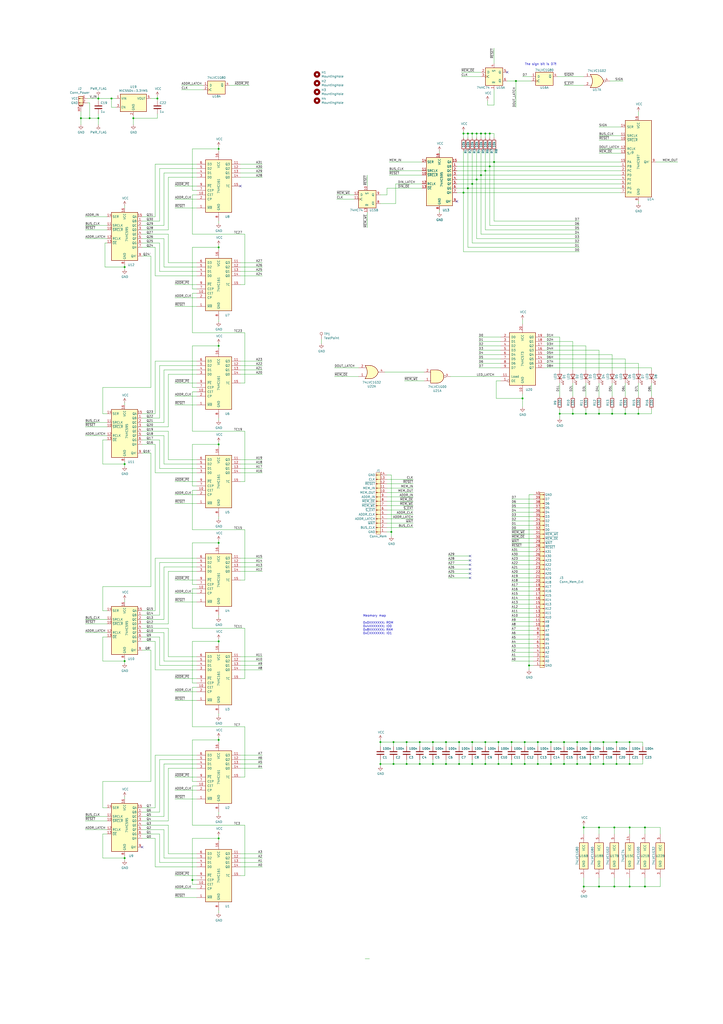
<source format=kicad_sch>
(kicad_sch (version 20211123) (generator eeschema)
  (paper "A2" portrait)
  (junction (at 274.32 106.68))
  (junction (at 365.76 480.06))
  (junction (at 342.9 430.53))
  (junction (at 312.42 443.23))
  (junction (at 304.8 443.23))
  (junction (at 259.08 430.53))
  (junction (at 339.09 514.35))
  (junction (at 127 86.36))
  (junction (at 299.72 46.99))
  (junction (at 347.98 240.03))
  (junction (at 370.84 240.03))
  (junction (at 350.52 430.53))
  (junction (at 274.32 443.23))
  (junction (at 266.7 443.23))
  (junction (at 347.98 480.06))
  (junction (at 363.22 240.03))
  (junction (at 236.22 443.23))
  (junction (at 289.56 430.53))
  (junction (at 220.98 443.23))
  (junction (at 227.33 308.61))
  (junction (at 356.87 514.35))
  (junction (at 287.02 93.98))
  (junction (at 266.7 430.53))
  (junction (at 228.6 430.53))
  (junction (at 269.24 111.76))
  (junction (at 281.94 99.06))
  (junction (at 220.98 430.53))
  (junction (at 304.8 430.53))
  (junction (at 374.65 480.06))
  (junction (at 64.77 57.15))
  (junction (at 236.22 430.53))
  (junction (at 358.14 430.53))
  (junction (at 72.39 154.94))
  (junction (at 72.39 497.84))
  (junction (at 127 200.66))
  (junction (at 269.24 77.47))
  (junction (at 127 486.41))
  (junction (at 243.84 430.53))
  (junction (at 347.98 514.35))
  (junction (at 358.14 443.23))
  (junction (at 340.36 240.03))
  (junction (at 127 143.51))
  (junction (at 276.86 104.14))
  (junction (at 127 429.26))
  (junction (at 274.32 77.47))
  (junction (at 312.42 430.53))
  (junction (at 356.87 480.06))
  (junction (at 284.48 77.47))
  (junction (at 303.53 231.14))
  (junction (at 271.78 109.22))
  (junction (at 327.66 430.53))
  (junction (at 339.09 480.06))
  (junction (at 320.04 430.53))
  (junction (at 276.86 77.47))
  (junction (at 350.52 443.23))
  (junction (at 332.74 240.03))
  (junction (at 342.9 443.23))
  (junction (at 374.65 514.35))
  (junction (at 297.18 443.23))
  (junction (at 281.94 430.53))
  (junction (at 289.56 443.23))
  (junction (at 127 314.96))
  (junction (at 327.66 443.23))
  (junction (at 355.6 240.03))
  (junction (at 279.4 77.47))
  (junction (at 297.18 430.53))
  (junction (at 91.44 57.15))
  (junction (at 57.15 68.58))
  (junction (at 335.28 443.23))
  (junction (at 307.34 386.08))
  (junction (at 251.46 443.23))
  (junction (at 251.46 430.53))
  (junction (at 72.39 269.24))
  (junction (at 77.47 68.58))
  (junction (at 259.08 443.23))
  (junction (at 320.04 443.23))
  (junction (at 335.28 430.53))
  (junction (at 281.94 443.23))
  (junction (at 243.84 443.23))
  (junction (at 72.39 383.54))
  (junction (at 281.94 77.47))
  (junction (at 271.78 77.47))
  (junction (at 284.48 96.52))
  (junction (at 46.99 68.58))
  (junction (at 279.4 101.6))
  (junction (at 127 372.11))
  (junction (at 365.76 443.23))
  (junction (at 365.76 430.53))
  (junction (at 57.15 57.15))
  (junction (at 111.76 510.54))
  (junction (at 365.76 514.35))
  (junction (at 228.6 443.23))
  (junction (at 325.12 240.03))
  (junction (at 127 257.81))
  (junction (at 274.32 430.53))
  (junction (at 52.07 68.58))
  (no_connect (at 294.64 41.91))
  (no_connect (at 273.05 332.74))
  (no_connect (at 273.05 322.58))
  (no_connect (at 273.05 325.12))
  (no_connect (at 273.05 327.66))
  (no_connect (at 82.55 491.49))
  (no_connect (at 273.05 330.2))
  (no_connect (at 265.43 116.84))
  (no_connect (at 139.7 107.95))
  (no_connect (at 273.05 335.28))
  (wire (pts (xy 265.43 106.68) (xy 274.32 106.68)))
  (wire (pts (xy 347.98 78.74) (xy 360.68 78.74)))
  (wire (pts (xy 297.18 363.22) (xy 309.88 363.22)))
  (wire (pts (xy 365.76 430.53) (xy 373.38 430.53)))
  (wire (pts (xy 276.86 104.14) (xy 276.86 138.43)))
  (wire (pts (xy 304.8 443.23) (xy 312.42 443.23)))
  (wire (pts (xy 251.46 430.53) (xy 259.08 430.53)))
  (wire (pts (xy 111.76 429.26) (xy 127 429.26)))
  (wire (pts (xy 267.97 41.91) (xy 279.4 41.91)))
  (wire (pts (xy 363.22 237.49) (xy 363.22 240.03)))
  (wire (pts (xy 224.79 300.99) (xy 240.03 300.99)))
  (wire (pts (xy 59.69 224.79) (xy 59.69 240.03)))
  (wire (pts (xy 356.87 509.27) (xy 356.87 514.35)))
  (wire (pts (xy 320.04 443.23) (xy 327.66 443.23)))
  (wire (pts (xy 90.17 502.92) (xy 114.3 502.92)))
  (wire (pts (xy 50.8 59.69) (xy 52.07 59.69)))
  (wire (pts (xy 72.39 154.94) (xy 72.39 156.21)))
  (wire (pts (xy 114.3 406.4) (xy 101.6 406.4)))
  (wire (pts (xy 347.98 514.35) (xy 356.87 514.35)))
  (wire (pts (xy 90.17 143.51) (xy 90.17 160.02)))
  (wire (pts (xy 224.79 278.13) (xy 240.03 278.13)))
  (wire (pts (xy 224.79 308.61) (xy 227.33 308.61)))
  (wire (pts (xy 91.44 68.58) (xy 77.47 68.58)))
  (wire (pts (xy 62.23 367.03) (xy 49.53 367.03)))
  (wire (pts (xy 90.17 323.85) (xy 114.3 323.85)))
  (wire (pts (xy 287.02 60.96) (xy 287.02 52.07)))
  (wire (pts (xy 82.55 354.33) (xy 90.17 354.33)))
  (wire (pts (xy 297.18 347.98) (xy 309.88 347.98)))
  (wire (pts (xy 370.84 116.84) (xy 370.84 118.11)))
  (wire (pts (xy 82.55 143.51) (xy 90.17 143.51)))
  (wire (pts (xy 111.76 396.24) (xy 111.76 372.11)))
  (wire (pts (xy 228.6 443.23) (xy 236.22 443.23)))
  (wire (pts (xy 276.86 80.01) (xy 276.86 77.47)))
  (wire (pts (xy 228.6 430.53) (xy 228.6 433.07)))
  (wire (pts (xy 64.77 57.15) (xy 57.15 57.15)))
  (wire (pts (xy 224.79 303.53) (xy 240.03 303.53)))
  (wire (pts (xy 297.18 440.69) (xy 297.18 443.23)))
  (wire (pts (xy 114.3 463.55) (xy 101.6 463.55)))
  (wire (pts (xy 297.18 378.46) (xy 309.88 378.46)))
  (wire (pts (xy 139.7 217.17) (xy 152.4 217.17)))
  (wire (pts (xy 82.55 240.03) (xy 90.17 240.03)))
  (wire (pts (xy 82.55 262.89) (xy 87.63 262.89)))
  (wire (pts (xy 339.09 480.06) (xy 347.98 480.06)))
  (wire (pts (xy 227.33 308.61) (xy 227.33 275.59)))
  (wire (pts (xy 111.76 135.89) (xy 111.76 113.03)))
  (wire (pts (xy 335.28 433.07) (xy 335.28 430.53)))
  (wire (pts (xy 111.76 113.03) (xy 114.3 113.03)))
  (wire (pts (xy 95.25 252.73) (xy 95.25 269.24)))
  (wire (pts (xy 142.24 250.19) (xy 111.76 250.19)))
  (wire (pts (xy 288.29 220.98) (xy 288.29 231.14)))
  (wire (pts (xy 278.13 205.74) (xy 290.83 205.74)))
  (wire (pts (xy 365.76 443.23) (xy 365.76 440.69)))
  (wire (pts (xy 297.18 433.07) (xy 297.18 430.53)))
  (wire (pts (xy 87.63 148.59) (xy 87.63 224.79)))
  (wire (pts (xy 259.08 430.53) (xy 266.7 430.53)))
  (wire (pts (xy 82.55 252.73) (xy 95.25 252.73)))
  (wire (pts (xy 297.18 314.96) (xy 309.88 314.96)))
  (wire (pts (xy 274.32 106.68) (xy 360.68 106.68)))
  (wire (pts (xy 350.52 430.53) (xy 358.14 430.53)))
  (wire (pts (xy 316.23 200.66) (xy 340.36 200.66)))
  (wire (pts (xy 269.24 146.05) (xy 336.55 146.05)))
  (wire (pts (xy 139.7 328.93) (xy 152.4 328.93)))
  (wire (pts (xy 297.18 373.38) (xy 309.88 373.38)))
  (wire (pts (xy 62.23 125.73) (xy 49.53 125.73)))
  (wire (pts (xy 365.76 430.53) (xy 365.76 433.07)))
  (wire (pts (xy 139.7 438.15) (xy 152.4 438.15)))
  (wire (pts (xy 374.65 514.35) (xy 365.76 514.35)))
  (wire (pts (xy 139.7 323.85) (xy 152.4 323.85)))
  (wire (pts (xy 82.55 486.41) (xy 90.17 486.41)))
  (wire (pts (xy 297.18 383.54) (xy 309.88 383.54)))
  (wire (pts (xy 342.9 430.53) (xy 350.52 430.53)))
  (wire (pts (xy 269.24 87.63) (xy 269.24 111.76)))
  (wire (pts (xy 297.18 340.36) (xy 309.88 340.36)))
  (wire (pts (xy 139.7 95.25) (xy 152.4 95.25)))
  (wire (pts (xy 46.99 64.77) (xy 46.99 68.58)))
  (wire (pts (xy 297.18 330.2) (xy 309.88 330.2)))
  (wire (pts (xy 127 86.36) (xy 127 87.63)))
  (wire (pts (xy 260.35 335.28) (xy 273.05 335.28)))
  (wire (pts (xy 340.36 200.66) (xy 340.36 214.63)))
  (wire (pts (xy 350.52 443.23) (xy 358.14 443.23)))
  (wire (pts (xy 90.17 274.32) (xy 114.3 274.32)))
  (wire (pts (xy 127 256.54) (xy 127 257.81)))
  (wire (pts (xy 281.94 443.23) (xy 289.56 443.23)))
  (wire (pts (xy 265.43 93.98) (xy 287.02 93.98)))
  (wire (pts (xy 281.94 133.35) (xy 336.55 133.35)))
  (wire (pts (xy 82.55 369.57) (xy 92.71 369.57)))
  (wire (pts (xy 327.66 440.69) (xy 327.66 443.23)))
  (wire (pts (xy 266.7 440.69) (xy 266.7 443.23)))
  (wire (pts (xy 92.71 386.08) (xy 114.3 386.08)))
  (wire (pts (xy 62.23 138.43) (xy 49.53 138.43)))
  (wire (pts (xy 220.98 440.69) (xy 220.98 443.23)))
  (wire (pts (xy 347.98 480.06) (xy 356.87 480.06)))
  (wire (pts (xy 281.94 80.01) (xy 281.94 77.47)))
  (wire (pts (xy 139.7 214.63) (xy 152.4 214.63)))
  (wire (pts (xy 374.65 480.06) (xy 383.54 480.06)))
  (wire (pts (xy 82.55 138.43) (xy 95.25 138.43)))
  (wire (pts (xy 227.33 308.61) (xy 227.33 311.15)))
  (wire (pts (xy 297.18 294.64) (xy 309.88 294.64)))
  (wire (pts (xy 127 257.81) (xy 127 259.08)))
  (wire (pts (xy 72.39 119.38) (xy 72.39 120.65)))
  (wire (pts (xy 284.48 96.52) (xy 284.48 130.81)))
  (wire (pts (xy 127 199.39) (xy 127 200.66)))
  (wire (pts (xy 59.69 483.87) (xy 59.69 497.84)))
  (wire (pts (xy 224.79 306.07) (xy 240.03 306.07)))
  (wire (pts (xy 72.39 154.94) (xy 72.39 153.67)))
  (wire (pts (xy 82.55 125.73) (xy 90.17 125.73)))
  (wire (pts (xy 325.12 240.03) (xy 325.12 242.57)))
  (wire (pts (xy 274.32 106.68) (xy 274.32 140.97)))
  (wire (pts (xy 289.56 430.53) (xy 289.56 433.07)))
  (wire (pts (xy 316.23 195.58) (xy 325.12 195.58)))
  (wire (pts (xy 111.76 110.49) (xy 111.76 86.36)))
  (wire (pts (xy 72.39 462.28) (xy 72.39 463.55)))
  (wire (pts (xy 240.03 280.67) (xy 224.79 280.67)))
  (wire (pts (xy 294.64 46.99) (xy 299.72 46.99)))
  (wire (pts (xy 90.17 438.15) (xy 114.3 438.15)))
  (wire (pts (xy 290.83 208.28) (xy 278.13 208.28)))
  (wire (pts (xy 245.11 101.6) (xy 226.06 101.6)))
  (wire (pts (xy 82.55 468.63) (xy 90.17 468.63)))
  (wire (pts (xy 339.09 515.62) (xy 339.09 514.35)))
  (wire (pts (xy 224.79 293.37) (xy 240.03 293.37)))
  (wire (pts (xy 281.94 430.53) (xy 289.56 430.53)))
  (wire (pts (xy 327.66 443.23) (xy 335.28 443.23)))
  (wire (pts (xy 111.76 398.78) (xy 114.3 398.78)))
  (wire (pts (xy 251.46 443.23) (xy 259.08 443.23)))
  (wire (pts (xy 224.79 285.75) (xy 240.03 285.75)))
  (wire (pts (xy 320.04 440.69) (xy 320.04 443.23)))
  (wire (pts (xy 358.14 433.07) (xy 358.14 430.53)))
  (wire (pts (xy 194.31 213.36) (xy 208.28 213.36)))
  (wire (pts (xy 49.53 245.11) (xy 62.23 245.11)))
  (wire (pts (xy 62.23 255.27) (xy 59.69 255.27)))
  (wire (pts (xy 111.76 364.49) (xy 111.76 341.63)))
  (wire (pts (xy 127 485.14) (xy 127 486.41)))
  (wire (pts (xy 283.21 58.42) (xy 283.21 60.96)))
  (wire (pts (xy 139.7 497.84) (xy 152.4 497.84)))
  (wire (pts (xy 82.55 377.19) (xy 87.63 377.19)))
  (wire (pts (xy 114.3 393.7) (xy 101.6 393.7)))
  (wire (pts (xy 142.24 336.55) (xy 142.24 307.34)))
  (wire (pts (xy 356.87 480.06) (xy 365.76 480.06)))
  (wire (pts (xy 114.3 344.17) (xy 101.6 344.17)))
  (wire (pts (xy 46.99 68.58) (xy 46.99 72.39)))
  (wire (pts (xy 97.79 135.89) (xy 97.79 152.4)))
  (wire (pts (xy 139.7 383.54) (xy 152.4 383.54)))
  (wire (pts (xy 360.68 88.9) (xy 347.98 88.9)))
  (wire (pts (xy 297.18 317.5) (xy 309.88 317.5)))
  (wire (pts (xy 255.27 87.63) (xy 255.27 88.9)))
  (wire (pts (xy 139.7 500.38) (xy 152.4 500.38)))
  (wire (pts (xy 342.9 443.23) (xy 350.52 443.23)))
  (wire (pts (xy 223.52 215.9) (xy 246.38 215.9)))
  (wire (pts (xy 95.25 367.03) (xy 95.25 383.54)))
  (wire (pts (xy 297.18 327.66) (xy 309.88 327.66)))
  (wire (pts (xy 269.24 80.01) (xy 269.24 77.47)))
  (wire (pts (xy 127 299.72) (xy 127 300.99)))
  (wire (pts (xy 82.55 148.59) (xy 87.63 148.59)))
  (wire (pts (xy 297.18 337.82) (xy 309.88 337.82)))
  (wire (pts (xy 370.84 237.49) (xy 370.84 240.03)))
  (wire (pts (xy 59.69 453.39) (xy 59.69 468.63)))
  (wire (pts (xy 281.94 99.06) (xy 281.94 133.35)))
  (wire (pts (xy 142.24 307.34) (xy 111.76 307.34)))
  (wire (pts (xy 72.39 233.68) (xy 72.39 234.95)))
  (wire (pts (xy 297.18 304.8) (xy 309.88 304.8)))
  (wire (pts (xy 274.32 80.01) (xy 274.32 77.47)))
  (wire (pts (xy 95.25 269.24) (xy 114.3 269.24)))
  (wire (pts (xy 304.8 440.69) (xy 304.8 443.23)))
  (wire (pts (xy 139.7 450.85) (xy 142.24 450.85)))
  (wire (pts (xy 370.84 210.82) (xy 370.84 214.63)))
  (wire (pts (xy 220.98 443.23) (xy 228.6 443.23)))
  (wire (pts (xy 281.94 77.47) (xy 284.48 77.47)))
  (wire (pts (xy 97.79 250.19) (xy 97.79 266.7)))
  (wire (pts (xy 127 471.17) (xy 127 472.44)))
  (wire (pts (xy 297.18 353.06) (xy 309.88 353.06)))
  (wire (pts (xy 111.76 341.63) (xy 114.3 341.63)))
  (wire (pts (xy 139.7 157.48) (xy 152.4 157.48)))
  (wire (pts (xy 265.43 111.76) (xy 269.24 111.76)))
  (wire (pts (xy 114.3 120.65) (xy 101.6 120.65)))
  (wire (pts (xy 332.74 240.03) (xy 340.36 240.03)))
  (wire (pts (xy 269.24 77.47) (xy 271.78 77.47)))
  (wire (pts (xy 114.3 513.08) (xy 111.76 513.08)))
  (wire (pts (xy 59.69 255.27) (xy 59.69 269.24)))
  (wire (pts (xy 309.88 297.18) (xy 297.18 297.18)))
  (wire (pts (xy 114.3 515.62) (xy 101.6 515.62)))
  (wire (pts (xy 77.47 68.58) (xy 77.47 72.39)))
  (wire (pts (xy 356.87 514.35) (xy 365.76 514.35)))
  (wire (pts (xy 90.17 354.33) (xy 90.17 323.85)))
  (wire (pts (xy 358.14 430.53) (xy 365.76 430.53)))
  (wire (pts (xy 127 372.11) (xy 127 373.38)))
  (wire (pts (xy 279.4 77.47) (xy 281.94 77.47)))
  (wire (pts (xy 259.08 430.53) (xy 259.08 433.07)))
  (wire (pts (xy 57.15 57.15) (xy 57.15 58.42)))
  (wire (pts (xy 142.24 393.7) (xy 142.24 364.49)))
  (wire (pts (xy 271.78 109.22) (xy 271.78 87.63)))
  (wire (pts (xy 92.71 140.97) (xy 92.71 157.48)))
  (wire (pts (xy 87.63 377.19) (xy 87.63 453.39)))
  (wire (pts (xy 114.3 396.24) (xy 111.76 396.24)))
  (wire (pts (xy 92.71 97.79) (xy 114.3 97.79)))
  (wire (pts (xy 316.23 198.12) (xy 332.74 198.12)))
  (wire (pts (xy 95.25 497.84) (xy 114.3 497.84)))
  (wire (pts (xy 393.7 93.98) (xy 381 93.98)))
  (wire (pts (xy 82.55 483.87) (xy 92.71 483.87)))
  (wire (pts (xy 289.56 430.53) (xy 297.18 430.53)))
  (wire (pts (xy 111.76 227.33) (xy 114.3 227.33)))
  (wire (pts (xy 299.72 46.99) (xy 299.72 62.23)))
  (wire (pts (xy 297.18 350.52) (xy 309.88 350.52)))
  (wire (pts (xy 114.3 510.54) (xy 111.76 510.54)))
  (wire (pts (xy 139.7 279.4) (xy 142.24 279.4)))
  (wire (pts (xy 363.22 240.03) (xy 370.84 240.03)))
  (wire (pts (xy 327.66 433.07) (xy 327.66 430.53)))
  (wire (pts (xy 82.55 364.49) (xy 97.79 364.49)))
  (wire (pts (xy 307.34 386.08) (xy 307.34 287.02)))
  (wire (pts (xy 220.98 429.26) (xy 220.98 430.53)))
  (wire (pts (xy 260.35 325.12) (xy 273.05 325.12)))
  (wire (pts (xy 90.17 95.25) (xy 114.3 95.25)))
  (wire (pts (xy 111.76 513.08) (xy 111.76 510.54)))
  (wire (pts (xy 59.69 240.03) (xy 62.23 240.03)))
  (wire (pts (xy 139.7 443.23) (xy 152.4 443.23)))
  (wire (pts (xy 90.17 388.62) (xy 114.3 388.62)))
  (wire (pts (xy 309.88 386.08) (xy 307.34 386.08)))
  (wire (pts (xy 82.55 133.35) (xy 97.79 133.35)))
  (wire (pts (xy 340.36 237.49) (xy 340.36 240.03)))
  (wire (pts (xy 309.88 307.34) (xy 297.18 307.34)))
  (wire (pts (xy 224.79 288.29) (xy 240.03 288.29)))
  (wire (pts (xy 82.55 135.89) (xy 97.79 135.89)))
  (wire (pts (xy 111.76 314.96) (xy 127 314.96)))
  (wire (pts (xy 316.23 213.36) (xy 378.46 213.36)))
  (wire (pts (xy 265.43 109.22) (xy 271.78 109.22)))
  (wire (pts (xy 72.39 497.84) (xy 72.39 496.57)))
  (wire (pts (xy 139.7 388.62) (xy 152.4 388.62)))
  (wire (pts (xy 82.55 250.19) (xy 97.79 250.19)))
  (wire (pts (xy 316.23 203.2) (xy 347.98 203.2)))
  (wire (pts (xy 91.44 55.88) (xy 91.44 57.15)))
  (wire (pts (xy 139.7 269.24) (xy 152.4 269.24)))
  (wire (pts (xy 139.7 336.55) (xy 142.24 336.55)))
  (wire (pts (xy 287.02 93.98) (xy 360.68 93.98)))
  (wire (pts (xy 72.39 497.84) (xy 72.39 499.11)))
  (wire (pts (xy 271.78 109.22) (xy 271.78 143.51)))
  (wire (pts (xy 127 314.96) (xy 127 316.23)))
  (wire (pts (xy 114.3 520.7) (xy 101.6 520.7)))
  (wire (pts (xy 59.69 468.63) (xy 62.23 468.63)))
  (wire (pts (xy 90.17 125.73) (xy 90.17 95.25)))
  (wire (pts (xy 224.79 290.83) (xy 240.03 290.83)))
  (wire (pts (xy 278.13 195.58) (xy 290.83 195.58)))
  (wire (pts (xy 72.39 269.24) (xy 72.39 270.51)))
  (wire (pts (xy 92.71 212.09) (xy 114.3 212.09)))
  (wire (pts (xy 316.23 208.28) (xy 363.22 208.28)))
  (wire (pts (xy 114.3 165.1) (xy 101.6 165.1)))
  (wire (pts (xy 335.28 443.23) (xy 342.9 443.23)))
  (wire (pts (xy 281.94 99.06) (xy 360.68 99.06)))
  (wire (pts (xy 360.68 86.36) (xy 347.98 86.36)))
  (wire (pts (xy 111.76 421.64) (xy 111.76 398.78)))
  (wire (pts (xy 139.7 445.77) (xy 152.4 445.77)))
  (wire (pts (xy 265.43 96.52) (xy 284.48 96.52)))
  (wire (pts (xy 144.78 49.53) (xy 133.35 49.53)))
  (wire (pts (xy 59.69 340.36) (xy 59.69 354.33)))
  (wire (pts (xy 335.28 430.53) (xy 342.9 430.53)))
  (wire (pts (xy 194.31 218.44) (xy 208.28 218.44)))
  (wire (pts (xy 251.46 430.53) (xy 251.46 433.07)))
  (wire (pts (xy 114.3 177.8) (xy 101.6 177.8)))
  (wire (pts (xy 62.23 252.73) (xy 49.53 252.73)))
  (wire (pts (xy 139.7 271.78) (xy 152.4 271.78)))
  (wire (pts (xy 383.54 480.06) (xy 383.54 483.87)))
  (wire (pts (xy 325.12 237.49) (xy 325.12 240.03)))
  (wire (pts (xy 312.42 430.53) (xy 312.42 433.07)))
  (wire (pts (xy 360.68 73.66) (xy 347.98 73.66)))
  (wire (pts (xy 62.23 481.33) (xy 49.53 481.33)))
  (wire (pts (xy 95.25 154.94) (xy 114.3 154.94)))
  (wire (pts (xy 92.71 157.48) (xy 114.3 157.48)))
  (wire (pts (xy 297.18 325.12) (xy 309.88 325.12)))
  (wire (pts (xy 49.53 476.25) (xy 62.23 476.25)))
  (wire (pts (xy 95.25 473.71) (xy 82.55 473.71)))
  (wire (pts (xy 97.79 247.65) (xy 97.79 217.17)))
  (wire (pts (xy 92.71 471.17) (xy 92.71 440.69)))
  (wire (pts (xy 111.76 257.81) (xy 127 257.81)))
  (wire (pts (xy 95.25 214.63) (xy 95.25 245.11)))
  (wire (pts (xy 358.14 443.23) (xy 365.76 443.23)))
  (wire (pts (xy 67.31 62.23) (xy 64.77 62.23)))
  (wire (pts (xy 127 370.84) (xy 127 372.11)))
  (wire (pts (xy 111.76 478.79) (xy 111.76 455.93)))
  (wire (pts (xy 114.3 279.4) (xy 101.6 279.4)))
  (wire (pts (xy 373.38 430.53) (xy 373.38 433.07)))
  (wire (pts (xy 276.86 77.47) (xy 279.4 77.47)))
  (wire (pts (xy 82.55 478.79) (xy 97.79 478.79)))
  (wire (pts (xy 91.44 57.15) (xy 91.44 58.42)))
  (wire (pts (xy 297.18 365.76) (xy 309.88 365.76)))
  (wire (pts (xy 82.55 372.11) (xy 90.17 372.11)))
  (wire (pts (xy 87.63 340.36) (xy 59.69 340.36)))
  (wire (pts (xy 229.87 118.11) (xy 220.98 118.11)))
  (wire (pts (xy 279.4 101.6) (xy 360.68 101.6)))
  (wire (pts (xy 325.12 195.58) (xy 325.12 214.63)))
  (wire (pts (xy 62.23 483.87) (xy 59.69 483.87)))
  (wire (pts (xy 271.78 143.51) (xy 336.55 143.51)))
  (wire (pts (xy 46.99 68.58) (xy 52.07 68.58)))
  (wire (pts (xy 95.25 481.33) (xy 95.25 497.84)))
  (wire (pts (xy 82.55 140.97) (xy 92.71 140.97)))
  (wire (pts (xy 127 414.02) (xy 127 415.29)))
  (wire (pts (xy 374.65 509.27) (xy 374.65 514.35)))
  (wire (pts (xy 92.71 500.38) (xy 114.3 500.38)))
  (wire (pts (xy 92.71 255.27) (xy 92.71 271.78)))
  (wire (pts (xy 279.4 80.01) (xy 279.4 77.47)))
  (wire (pts (xy 111.76 284.48) (xy 114.3 284.48)))
  (wire (pts (xy 213.36 101.6) (xy 213.36 107.95)))
  (wire (pts (xy 212.09 556.26) (xy 214.63 556.26)))
  (wire (pts (xy 267.97 44.45) (xy 279.4 44.45)))
  (wire (pts (xy 307.34 386.08) (xy 307.34 388.62)))
  (wire (pts (xy 370.84 222.25) (xy 370.84 229.87)))
  (wire (pts (xy 114.3 281.94) (xy 111.76 281.94)))
  (wire (pts (xy 95.25 245.11) (xy 82.55 245.11)))
  (wire (pts (xy 186.69 196.85) (xy 186.69 199.39)))
  (wire (pts (xy 97.79 133.35) (xy 97.79 102.87)))
  (wire (pts (xy 127 356.87) (xy 127 358.14)))
  (wire (pts (xy 82.55 361.95) (xy 97.79 361.95)))
  (wire (pts (xy 289.56 440.69) (xy 289.56 443.23)))
  (wire (pts (xy 95.25 328.93) (xy 114.3 328.93)))
  (wire (pts (xy 347.98 203.2) (xy 347.98 214.63)))
  (wire (pts (xy 111.76 339.09) (xy 111.76 314.96)))
  (wire (pts (xy 142.24 421.64) (xy 111.76 421.64)))
  (wire (pts (xy 260.35 330.2) (xy 273.05 330.2)))
  (wire (pts (xy 347.98 483.87) (xy 347.98 480.06)))
  (wire (pts (xy 365.76 480.06) (xy 365.76 483.87)))
  (wire (pts (xy 111.76 453.39) (xy 111.76 429.26)))
  (wire (pts (xy 91.44 57.15) (xy 87.63 57.15)))
  (wire (pts (xy 139.7 508) (xy 142.24 508)))
  (wire (pts (xy 114.3 167.64) (xy 111.76 167.64)))
  (wire (pts (xy 82.55 367.03) (xy 95.25 367.03)))
  (wire (pts (xy 97.79 445.77) (xy 114.3 445.77)))
  (wire (pts (xy 114.3 450.85) (xy 101.6 450.85)))
  (wire (pts (xy 97.79 331.47) (xy 114.3 331.47)))
  (wire (pts (xy 64.77 62.23) (xy 64.77 57.15)))
  (wire (pts (xy 127 128.27) (xy 127 129.54)))
  (wire (pts (xy 297.18 355.6) (xy 309.88 355.6)))
  (wire (pts (xy 92.71 271.78) (xy 114.3 271.78)))
  (wire (pts (xy 316.23 210.82) (xy 370.84 210.82)))
  (wire (pts (xy 139.7 102.87) (xy 152.4 102.87)))
  (wire (pts (xy 111.76 372.11) (xy 127 372.11)))
  (wire (pts (xy 142.24 193.04) (xy 111.76 193.04)))
  (wire (pts (xy 260.35 327.66) (xy 273.05 327.66)))
  (wire (pts (xy 278.13 210.82) (xy 290.83 210.82)))
  (wire (pts (xy 236.22 443.23) (xy 243.84 443.23)))
  (wire (pts (xy 290.83 198.12) (xy 278.13 198.12)))
  (wire (pts (xy 304.8 433.07) (xy 304.8 430.53)))
  (wire (pts (xy 114.3 115.57) (xy 101.6 115.57)))
  (wire (pts (xy 220.98 443.23) (xy 220.98 444.5)))
  (wire (pts (xy 97.79 217.17) (xy 114.3 217.17)))
  (wire (pts (xy 82.55 247.65) (xy 97.79 247.65)))
  (wire (pts (xy 361.95 46.99) (xy 354.33 46.99)))
  (wire (pts (xy 92.71 326.39) (xy 114.3 326.39)))
  (wire (pts (xy 139.7 386.08) (xy 152.4 386.08)))
  (wire (pts (xy 92.71 440.69) (xy 114.3 440.69)))
  (wire (pts (xy 373.38 443.23) (xy 373.38 440.69)))
  (wire (pts (xy 60.96 140.97) (xy 60.96 154.94)))
  (wire (pts (xy 335.28 440.69) (xy 335.28 443.23)))
  (wire (pts (xy 228.6 430.53) (xy 236.22 430.53)))
  (wire (pts (xy 139.7 154.94) (xy 152.4 154.94)))
  (wire (pts (xy 97.79 266.7) (xy 114.3 266.7)))
  (wire (pts (xy 114.3 107.95) (xy 101.6 107.95)))
  (wire (pts (xy 265.43 99.06) (xy 281.94 99.06)))
  (wire (pts (xy 370.84 64.77) (xy 370.84 67.31)))
  (wire (pts (xy 297.18 375.92) (xy 309.88 375.92)))
  (wire (pts (xy 274.32 430.53) (xy 281.94 430.53)))
  (wire (pts (xy 297.18 345.44) (xy 309.88 345.44)))
  (wire (pts (xy 97.79 381) (xy 114.3 381)))
  (wire (pts (xy 49.53 130.81) (xy 62.23 130.81)))
  (wire (pts (xy 57.15 55.88) (xy 57.15 57.15)))
  (wire (pts (xy 347.98 237.49) (xy 347.98 240.03)))
  (wire (pts (xy 287.02 128.27) (xy 287.02 93.98)))
  (wire (pts (xy 87.63 262.89) (xy 87.63 340.36)))
  (wire (pts (xy 111.76 250.19) (xy 111.76 227.33)))
  (wire (pts (xy 320.04 430.53) (xy 327.66 430.53)))
  (wire (pts (xy 283.21 60.96) (xy 287.02 60.96)))
  (wire (pts (xy 243.84 440.69) (xy 243.84 443.23)))
  (wire (pts (xy 297.18 320.04) (xy 309.88 320.04)))
  (wire (pts (xy 325.12 222.25) (xy 325.12 229.87)))
  (wire (pts (xy 72.39 383.54) (xy 72.39 384.81)))
  (wire (pts (xy 139.7 152.4) (xy 152.4 152.4)))
  (wire (pts (xy 49.53 361.95) (xy 62.23 361.95)))
  (wire (pts (xy 127 427.99) (xy 127 429.26)))
  (wire (pts (xy 274.32 140.97) (xy 336.55 140.97)))
  (wire (pts (xy 95.25 383.54) (xy 114.3 383.54)))
  (wire (pts (xy 95.25 100.33) (xy 95.25 130.81)))
  (wire (pts (xy 224.79 113.03) (xy 224.79 109.22)))
  (wire (pts (xy 281.94 430.53) (xy 281.94 433.07)))
  (wire (pts (xy 139.7 440.69) (xy 152.4 440.69)))
  (wire (pts (xy 245.11 106.68) (xy 229.87 106.68)))
  (wire (pts (xy 274.32 77.47) (xy 276.86 77.47)))
  (wire (pts (xy 299.72 46.99) (xy 308.61 46.99)))
  (wire (pts (xy 339.09 514.35) (xy 347.98 514.35)))
  (wire (pts (xy 269.24 111.76) (xy 269.24 146.05)))
  (wire (pts (xy 111.76 486.41) (xy 127 486.41)))
  (wire (pts (xy 304.8 430.53) (xy 312.42 430.53)))
  (wire (pts (xy 49.53 473.71) (xy 62.23 473.71)))
  (wire (pts (xy 276.86 87.63) (xy 276.86 104.14)))
  (wire (pts (xy 95.25 328.93) (xy 95.25 359.41)))
  (wire (pts (xy 142.24 165.1) (xy 142.24 135.89)))
  (wire (pts (xy 114.3 339.09) (xy 111.76 339.09)))
  (wire (pts (xy 360.68 81.28) (xy 347.98 81.28)))
  (wire (pts (xy 350.52 433.07) (xy 350.52 430.53)))
  (wire (pts (xy 288.29 220.98) (xy 290.83 220.98)))
  (wire (pts (xy 114.3 401.32) (xy 101.6 401.32)))
  (wire (pts (xy 111.76 193.04) (xy 111.76 170.18)))
  (wire (pts (xy 259.08 440.69) (xy 259.08 443.23)))
  (wire (pts (xy 220.98 113.03) (xy 224.79 113.03)))
  (wire (pts (xy 82.55 255.27) (xy 92.71 255.27)))
  (wire (pts (xy 261.62 218.44) (xy 290.83 218.44)))
  (wire (pts (xy 251.46 443.23) (xy 251.46 440.69)))
  (wire (pts (xy 114.3 453.39) (xy 111.76 453.39)))
  (wire (pts (xy 284.48 96.52) (xy 360.68 96.52)))
  (wire (pts (xy 340.36 240.03) (xy 347.98 240.03)))
  (wire (pts (xy 243.84 430.53) (xy 251.46 430.53)))
  (wire (pts (xy 274.32 443.23) (xy 281.94 443.23)))
  (wire (pts (xy 139.7 502.92) (xy 152.4 502.92)))
  (wire (pts (xy 303.53 231.14) (xy 303.53 236.22)))
  (wire (pts (xy 111.76 281.94) (xy 111.76 257.81)))
  (wire (pts (xy 97.79 152.4) (xy 114.3 152.4)))
  (wire (pts (xy 287.02 128.27) (xy 336.55 128.27)))
  (wire (pts (xy 114.3 172.72) (xy 101.6 172.72)))
  (wire (pts (xy 92.71 128.27) (xy 92.71 97.79)))
  (wire (pts (xy 97.79 102.87) (xy 114.3 102.87)))
  (wire (pts (xy 365.76 480.06) (xy 374.65 480.06)))
  (wire (pts (xy 279.4 87.63) (xy 279.4 101.6)))
  (wire (pts (xy 266.7 430.53) (xy 274.32 430.53)))
  (wire (pts (xy 284.48 130.81) (xy 336.55 130.81)))
  (wire (pts (xy 114.3 336.55) (xy 101.6 336.55)))
  (wire (pts (xy 274.32 433.07) (xy 274.32 430.53)))
  (wire (pts (xy 339.09 483.87) (xy 339.09 480.06)))
  (wire (pts (xy 111.76 143.51) (xy 127 143.51)))
  (wire (pts (xy 316.23 205.74) (xy 355.6 205.74)))
  (wire (pts (xy 355.6 205.74) (xy 355.6 214.63)))
  (wire (pts (xy 139.7 100.33) (xy 152.4 100.33)))
  (wire (pts (xy 97.79 476.25) (xy 97.79 445.77)))
  (wire (pts (xy 271.78 109.22) (xy 360.68 109.22)))
  (wire (pts (xy 312.42 430.53) (xy 320.04 430.53)))
  (wire (pts (xy 383.54 514.35) (xy 374.65 514.35)))
  (wire (pts (xy 139.7 495.3) (xy 152.4 495.3)))
  (wire (pts (xy 297.18 289.56) (xy 309.88 289.56)))
  (wire (pts (xy 87.63 224.79) (xy 59.69 224.79)))
  (wire (pts (xy 127 313.69) (xy 127 314.96)))
  (wire (pts (xy 378.46 237.49) (xy 378.46 240.03)))
  (wire (pts (xy 95.25 443.23) (xy 95.25 473.71)))
  (wire (pts (xy 297.18 368.3) (xy 309.88 368.3)))
  (wire (pts (xy 332.74 222.25) (xy 332.74 229.87)))
  (wire (pts (xy 91.44 66.04) (xy 91.44 68.58)))
  (wire (pts (xy 363.22 208.28) (xy 363.22 214.63)))
  (wire (pts (xy 114.3 229.87) (xy 101.6 229.87)))
  (wire (pts (xy 127 528.32) (xy 127 529.59)))
  (wire (pts (xy 309.88 322.58) (xy 297.18 322.58)))
  (wire (pts (xy 139.7 266.7) (xy 152.4 266.7)))
  (wire (pts (xy 92.71 356.87) (xy 92.71 326.39)))
  (wire (pts (xy 90.17 372.11) (xy 90.17 388.62)))
  (wire (pts (xy 49.53 359.41) (xy 62.23 359.41)))
  (wire (pts (xy 297.18 309.88) (xy 309.88 309.88)))
  (wire (pts (xy 312.42 443.23) (xy 312.42 440.69)))
  (wire (pts (xy 236.22 433.07) (xy 236.22 430.53)))
  (wire (pts (xy 245.11 93.98) (xy 226.06 93.98)))
  (wire (pts (xy 52.07 59.69) (xy 52.07 68.58)))
  (wire (pts (xy 49.53 133.35) (xy 62.23 133.35)))
  (wire (pts (xy 142.24 135.89) (xy 111.76 135.89)))
  (wire (pts (xy 327.66 430.53) (xy 335.28 430.53)))
  (wire (pts (xy 339.09 509.27) (xy 339.09 514.35)))
  (wire (pts (xy 355.6 222.25) (xy 355.6 229.87)))
  (wire (pts (xy 139.7 160.02) (xy 152.4 160.02)))
  (wire (pts (xy 356.87 483.87) (xy 356.87 480.06)))
  (wire (pts (xy 195.58 115.57) (xy 205.74 115.57)))
  (wire (pts (xy 114.3 458.47) (xy 101.6 458.47)))
  (wire (pts (xy 111.76 170.18) (xy 114.3 170.18)))
  (wire (pts (xy 82.55 242.57) (xy 92.71 242.57)))
  (wire (pts (xy 127 142.24) (xy 127 143.51)))
  (wire (pts (xy 92.71 242.57) (xy 92.71 212.09)))
  (wire (pts (xy 139.7 326.39) (xy 152.4 326.39)))
  (wire (pts (xy 240.03 295.91) (xy 224.79 295.91)))
  (wire (pts (xy 303.53 185.42) (xy 303.53 187.96)))
  (wire (pts (xy 114.3 224.79) (xy 111.76 224.79)))
  (wire (pts (xy 142.24 222.25) (xy 142.24 193.04)))
  (wire (pts (xy 142.24 364.49) (xy 111.76 364.49)))
  (wire (pts (xy 265.43 104.14) (xy 276.86 104.14)))
  (wire (pts (xy 127 242.57) (xy 127 243.84)))
  (wire (pts (xy 365.76 514.35) (xy 365.76 509.27)))
  (wire (pts (xy 276.86 104.14) (xy 360.68 104.14)))
  (wire (pts (xy 82.55 128.27) (xy 92.71 128.27)))
  (wire (pts (xy 127 429.26) (xy 127 430.53)))
  (wire (pts (xy 139.7 212.09) (xy 152.4 212.09)))
  (wire (pts (xy 378.46 213.36) (xy 378.46 214.63)))
  (wire (pts (xy 266.7 433.07) (xy 266.7 430.53)))
  (wire (pts (xy 97.79 478.79) (xy 97.79 495.3)))
  (wire (pts (xy 92.71 369.57) (xy 92.71 386.08)))
  (wire (pts (xy 111.76 455.93) (xy 114.3 455.93)))
  (wire (pts (xy 59.69 369.57) (xy 59.69 383.54)))
  (wire (pts (xy 297.18 370.84) (xy 309.88 370.84)))
  (wire (pts (xy 279.4 101.6) (xy 279.4 135.89)))
  (wire (pts (xy 297.18 312.42) (xy 309.88 312.42)))
  (wire (pts (xy 67.31 57.15) (xy 64.77 57.15)))
  (wire (pts (xy 220.98 430.53) (xy 228.6 430.53)))
  (wire (pts (xy 87.63 453.39) (xy 59.69 453.39)))
  (wire (pts (xy 90.17 468.63) (xy 90.17 438.15)))
  (wire (pts (xy 284.48 87.63) (xy 284.48 96.52)))
  (wire (pts (xy 297.18 342.9) (xy 309.88 342.9)))
  (wire (pts (xy 234.95 220.98) (xy 246.38 220.98)))
  (wire (pts (xy 82.55 476.25) (xy 97.79 476.25)))
  (wire (pts (xy 92.71 483.87) (xy 92.71 500.38)))
  (wire (pts (xy 213.36 123.19) (xy 213.36 132.08)))
  (wire (pts (xy 342.9 430.53) (xy 342.9 433.07)))
  (wire (pts (xy 82.55 356.87) (xy 92.71 356.87)))
  (wire (pts (xy 220.98 433.07) (xy 220.98 430.53)))
  (wire (pts (xy 370.84 240.03) (xy 378.46 240.03)))
  (wire (pts (xy 195.58 113.03) (xy 205.74 113.03)))
  (wire (pts (xy 297.18 358.14) (xy 309.88 358.14)))
  (wire (pts (xy 274.32 87.63) (xy 274.32 106.68)))
  (wire (pts (xy 342.9 443.23) (xy 342.9 440.69)))
  (wire (pts (xy 243.84 433.07) (xy 243.84 430.53)))
  (wire (pts (xy 279.4 135.89) (xy 336.55 135.89)))
  (wire (pts (xy 59.69 383.54) (xy 72.39 383.54)))
  (wire (pts (xy 142.24 450.85) (xy 142.24 421.64)))
  (wire (pts (xy 62.23 140.97) (xy 60.96 140.97)))
  (wire (pts (xy 271.78 77.47) (xy 274.32 77.47)))
  (wire (pts (xy 95.25 359.41) (xy 82.55 359.41)))
  (wire (pts (xy 290.83 213.36) (xy 278.13 213.36)))
  (wire (pts (xy 269.24 76.2) (xy 269.24 77.47)))
  (wire (pts (xy 139.7 97.79) (xy 152.4 97.79)))
  (wire (pts (xy 142.24 508) (xy 142.24 478.79)))
  (wire (pts (xy 347.98 509.27) (xy 347.98 514.35)))
  (wire (pts (xy 227.33 275.59) (xy 224.79 275.59)))
  (wire (pts (xy 363.22 222.25) (xy 363.22 229.87)))
  (wire (pts (xy 59.69 269.24) (xy 72.39 269.24)))
  (wire (pts (xy 114.3 508) (xy 101.6 508)))
  (wire (pts (xy 332.74 198.12) (xy 332.74 214.63)))
  (wire (pts (xy 118.11 49.53) (xy 105.41 49.53)))
  (wire (pts (xy 127 200.66) (xy 127 201.93)))
  (wire (pts (xy 114.3 110.49) (xy 111.76 110.49)))
  (wire (pts (xy 72.39 347.98) (xy 72.39 349.25)))
  (wire (pts (xy 90.17 160.02) (xy 114.3 160.02)))
  (wire (pts (xy 297.18 430.53) (xy 304.8 430.53)))
  (wire (pts (xy 297.18 381) (xy 309.88 381)))
  (wire (pts (xy 309.88 302.26) (xy 297.18 302.26)))
  (wire (pts (xy 355.6 240.03) (xy 363.22 240.03)))
  (wire (pts (xy 340.36 222.25) (xy 340.36 229.87)))
  (wire (pts (xy 265.43 101.6) (xy 279.4 101.6)))
  (wire (pts (xy 97.79 495.3) (xy 114.3 495.3)))
  (wire (pts (xy 347.98 240.03) (xy 355.6 240.03)))
  (wire (pts (xy 95.25 214.63) (xy 114.3 214.63)))
  (wire (pts (xy 139.7 274.32) (xy 152.4 274.32)))
  (wire (pts (xy 303.53 44.45) (xy 308.61 44.45)))
  (wire (pts (xy 142.24 478.79) (xy 111.76 478.79)))
  (wire (pts (xy 358.14 440.69) (xy 358.14 443.23)))
  (wire (pts (xy 139.7 209.55) (xy 152.4 209.55)))
  (wire (pts (xy 307.34 287.02) (xy 309.88 287.02)))
  (wire (pts (xy 114.3 292.1) (xy 101.6 292.1)))
  (wire (pts (xy 72.39 383.54) (xy 72.39 382.27)))
  (wire (pts (xy 127 185.42) (xy 127 186.69)))
  (wire (pts (xy 90.17 240.03) (xy 90.17 209.55)))
  (wire (pts (xy 347.98 222.25) (xy 347.98 229.87)))
  (wire (pts (xy 383.54 509.27) (xy 383.54 514.35)))
  (wire (pts (xy 226.06 99.06) (xy 245.11 99.06)))
  (wire (pts (xy 72.39 269.24) (xy 72.39 267.97)))
  (wire (pts (xy 111.76 200.66) (xy 127 200.66)))
  (wire (pts (xy 236.22 430.53) (xy 243.84 430.53)))
  (wire (pts (xy 240.03 283.21) (xy 224.79 283.21)))
  (wire (pts (xy 49.53 247.65) (xy 62.23 247.65)))
  (wire (pts (xy 142.24 279.4) (xy 142.24 250.19)))
  (wire (pts (xy 139.7 331.47) (xy 152.4 331.47)))
  (wire (pts (xy 281.94 87.63) (xy 281.94 99.06)))
  (wire (pts (xy 111.76 224.79) (xy 111.76 200.66)))
  (wire (pts (xy 111.76 510.54) (xy 111.76 486.41)))
  (wire (pts (xy 114.3 287.02) (xy 101.6 287.02)))
  (wire (pts (xy 274.32 440.69) (xy 274.32 443.23)))
  (wire (pts (xy 90.17 257.81) (xy 90.17 274.32)))
  (wire (pts (xy 95.25 130.81) (xy 82.55 130.81)))
  (wire (pts (xy 378.46 222.25) (xy 378.46 229.87)))
  (wire (pts (xy 260.35 322.58) (xy 273.05 322.58)))
  (wire (pts (xy 95.25 100.33) (xy 114.3 100.33)))
  (wire (pts (xy 236.22 440.69) (xy 236.22 443.23)))
  (wire (pts (xy 284.48 80.01) (xy 284.48 77.47)))
  (wire (pts (xy 323.85 44.45) (xy 339.09 44.45)))
  (wire (pts (xy 224.79 109.22) (xy 245.11 109.22)))
  (wire (pts (xy 243.84 443.23) (xy 251.46 443.23)))
  (wire (pts (xy 309.88 292.1) (xy 297.18 292.1)))
  (wire (pts (xy 57.15 66.04) (xy 57.15 68.58)))
  (wire (pts (xy 97.79 364.49) (xy 97.79 381)))
  (wire (pts (xy 60.96 154.94) (xy 72.39 154.94)))
  (wire (pts (xy 57.15 57.15) (xy 50.8 57.15)))
  (wire (pts (xy 127 143.51) (xy 127 144.78)))
  (wire (pts (xy 297.18 443.23) (xy 304.8 443.23)))
  (wire (pts (xy 287.02 77.47) (xy 287.02 80.01)))
  (wire (pts (xy 114.3 234.95) (xy 101.6 234.95)))
  (wire (pts (xy 289.56 443.23) (xy 297.18 443.23)))
  (wire (pts (xy 297.18 335.28) (xy 309.88 335.28)))
  (wire (pts (xy 276.86 138.43) (xy 336.55 138.43)))
  (wire (pts (xy 57.15 68.58) (xy 57.15 72.39)))
  (wire (pts (xy 82.55 481.33) (xy 95.25 481.33)))
  (wire (pts (xy 339.09 49.53) (xy 327.66 49.53)))
  (wire (pts (xy 355.6 237.49) (xy 355.6 240.03)))
  (wire (pts (xy 259.08 443.23) (xy 266.7 443.23)))
  (wire (pts (xy 287.02 87.63) (xy 287.02 93.98)))
  (wire (pts (xy 350.52 440.69) (xy 350.52 443.23)))
  (wire (pts (xy 139.7 381) (xy 152.4 381)))
  (wire (pts (xy 297.18 360.68) (xy 309.88 360.68)))
  (wire (pts (xy 95.25 443.23) (xy 114.3 443.23)))
  (wire (pts (xy 59.69 354.33) (xy 62.23 354.33)))
  (wire (pts (xy 312.42 443.23) (xy 320.04 443.23)))
  (wire (pts (xy 127 85.09) (xy 127 86.36)))
  (wire (pts (xy 97.79 361.95) (xy 97.79 331.47)))
  (wire (pts (xy 228.6 440.69) (xy 228.6 443.23)))
  (wire (pts (xy 229.87 106.68) (xy 229.87 118.11)))
  (wire (pts (xy 332.74 240.03) (xy 325.12 240.03)))
  (wire (pts (xy 284.48 77.47) (xy 287.02 77.47)))
  (wire (pts (xy 111.76 167.64) (xy 111.76 143.51)))
  (wire (pts (xy 287.02 27.94) (xy 287.02 36.83)))
  (wire (pts (xy 82.55 471.17) (xy 92.71 471.17)))
  (wire (pts (xy 77.47 67.31) (xy 77.47 68.58)))
  (wire (pts (xy 139.7 393.7) (xy 142.24 393.7)))
  (wire (pts (xy 82.55 257.81) (xy 90.17 257.81)))
  (wire (pts (xy 90.17 209.55) (xy 114.3 209.55)))
  (wire (pts (xy 332.74 237.49) (xy 332.74 240.03)))
  (wire (pts (xy 111.76 307.34) (xy 111.76 284.48)))
  (wire (pts (xy 290.83 203.2) (xy 278.13 203.2)))
  (wire (pts (xy 114.3 349.25) (xy 101.6 349.25)))
  (wire (pts (xy 139.7 222.25) (xy 142.24 222.25)))
  (wire (pts (xy 59.69 497.84) (xy 72.39 497.84)))
  (wire (pts (xy 90.17 486.41) (xy 90.17 502.92)))
  (wire (pts (xy 271.78 80.01) (xy 271.78 77.47)))
  (wire (pts (xy 224.79 298.45) (xy 240.03 298.45)))
  (wire (pts (xy 288.29 231.14) (xy 303.53 231.14)))
  (wire (pts (xy 127 486.41) (xy 127 487.68)))
  (wire (pts (xy 139.7 165.1) (xy 142.24 165.1)))
  (wire (pts (xy 95.25 138.43) (xy 95.25 154.94)))
  (wire (pts (xy 111.76 86.36) (xy 127 86.36)))
  (wire (pts (xy 303.53 228.6) (xy 303.53 231.14)))
  (wire (pts (xy 105.41 52.07) (xy 118.11 52.07)))
  (wire (pts (xy 281.94 443.23) (xy 281.94 440.69)))
  (wire (pts (xy 320.04 430.53) (xy 320.04 433.07)))
  (wire (pts (xy 260.35 332.74) (xy 273.05 332.74)))
  (wire (pts (xy 255.27 121.92) (xy 255.27 123.19)))
  (wire (pts (xy 62.23 369.57) (xy 59.69 369.57)))
  (wire (pts (xy 278.13 200.66) (xy 290.83 200.66)))
  (wire (pts (xy 297.18 299.72) (xy 309.88 299.72)))
  (wire (pts (xy 365.76 443.23) (xy 373.38 443.23)))
  (wire (pts (xy 297.18 332.74) (xy 309.88 332.74)))
  (wire (pts (xy 57.15 68.58) (xy 52.07 68.58)))
  (wire (pts (xy 266.7 443.23) (xy 274.32 443.23)))
  (wire (pts (xy 374.65 480.06) (xy 374.65 483.87)))
  (wire (pts (xy 339.09 478.79) (xy 339.09 480.06)))
  (wire (pts (xy 114.3 222.25) (xy 101.6 222.25)))
  (wire (pts (xy 269.24 111.76) (xy 360.68 111.76)))
  (text "The sign bit is D7!" (at 304.8 38.1 0) (effects (font (size 1.27 1.27)) (justify left bottom)))
  (text "Meomory map\n\n0x0XXXXXXX: ROM\n0x4XXXXXXX: IO0\n0x8XXXXXXX: RAM\n0xCXXXXXXX: IO1" (at 210.82 368.3 0) (effects (font (size 1.27 1.27)) (justify left bottom)))
  (label "A16" (at 152.4 274.32 180))
  (label "BUS_CLK" (at 226.06 99.06 0))
  (label "TC27" (at 135.89 135.89 0))
  (label "~{MEM_WE}" (at 297.18 309.88 0))
  (label "Q21" (at 85.09 245.11 0))
  (label "A18" (at 152.4 269.24 180))
  (label "A1" (at 152.4 500.38 180))
  (label "~{MEM_WE}" (at 240.03 293.37 180))
  (label "~{RESET}" (at 101.6 349.25 0))
  (label "A26" (at 260.35 330.2 0))
  (label "D0" (at 278.13 195.58 0))
  (label "A31" (at 152.4 95.25 180))
  (label "D3L" (at 340.36 223.52 270))
  (label "ADDR_CLK" (at 101.6 229.87 0))
  (label "DOUT_LATCH" (at 299.72 62.23 90))
  (label "~{ADDR_PE}" (at 101.6 393.7 0))
  (label "D6H" (at 317.5 208.28 0))
  (label "A25" (at 152.4 157.48 180))
  (label "~{RESET}" (at 226.06 101.6 0))
  (label "D7" (at 297.18 289.56 0))
  (label "BUS_CLK" (at 49.53 130.81 0))
  (label "ADDR_IN" (at 240.03 288.29 180))
  (label "Q8" (at 85.09 372.11 0))
  (label "A15" (at 152.4 323.85 180))
  (label "A3" (at 152.4 495.3 180))
  (label "Q19" (at 85.09 250.19 0))
  (label "~{RESET}" (at 297.18 317.5 0))
  (label "A11" (at 297.18 355.6 0))
  (label "D1" (at 336.55 143.51 180))
  (label "D7" (at 303.53 44.45 0))
  (label "Q24" (at 85.09 143.51 0))
  (label "BUS_CLK" (at 49.53 359.41 0))
  (label "A28" (at 260.35 325.12 0))
  (label "Q25" (at 85.09 140.97 0))
  (label "ADDR_LATCH" (at 49.53 367.03 0))
  (label "ADDR_CLK" (at 101.6 344.17 0))
  (label "D4" (at 297.18 297.18 0))
  (label "A4" (at 152.4 445.77 180))
  (label "A21" (at 152.4 214.63 180))
  (label "~{ADDR_PE}" (at 101.6 450.85 0))
  (label "Q17" (at 85.09 255.27 0))
  (label "D1" (at 278.13 198.12 0))
  (label "A28" (at 152.4 102.87 180))
  (label "A30" (at 152.4 97.79 180))
  (label "TC15" (at 135.89 307.34 0))
  (label "Q15" (at 85.09 354.33 0))
  (label "D5H" (at 317.5 205.74 0))
  (label "A21" (at 297.18 330.2 0))
  (label "~{WAIT}" (at 297.18 314.96 0))
  (label "~{S_EXT}" (at 240.03 295.91 180))
  (label "D7" (at 336.55 128.27 180))
  (label "A5" (at 297.18 370.84 0))
  (label "~{RESET}" (at 101.6 292.1 0))
  (label "~{MEM_OE}" (at 267.97 41.91 0))
  (label "TC3" (at 135.89 478.79 0))
  (label "~{RESET}" (at 101.6 406.4 0))
  (label "~{RESET}" (at 101.6 463.55 0))
  (label "A8" (at 297.18 363.22 0))
  (label "Q27" (at 85.09 135.89 0))
  (label "A17" (at 297.18 340.36 0))
  (label "A24" (at 152.4 160.02 180))
  (label "Q11" (at 85.09 364.49 0))
  (label "Q2" (at 85.09 481.33 0))
  (label "D3" (at 278.13 203.2 0))
  (label "Q5" (at 85.09 473.71 0))
  (label "~{RESET}" (at 49.53 361.95 0))
  (label "A10" (at 297.18 358.14 0))
  (label "A13" (at 297.18 350.52 0))
  (label "~{ADDR_PE}" (at 101.6 508 0))
  (label "CLK" (at 105.41 52.07 0))
  (label "A14" (at 152.4 326.39 180))
  (label "~{RESET}" (at 49.53 133.35 0))
  (label "A2" (at 152.4 497.84 180))
  (label "D2H" (at 317.5 198.12 0))
  (label "Q28" (at 85.09 133.35 0))
  (label "D0" (at 297.18 307.34 0))
  (label "A14" (at 297.18 347.98 0))
  (label "ADDR_LATCH" (at 49.53 138.43 0))
  (label "~{ADDR_PE}" (at 101.6 336.55 0))
  (label "DOUT_LATCH" (at 194.31 213.36 0))
  (label "D2" (at 297.18 302.26 0))
  (label "A20" (at 297.18 332.74 0))
  (label "A26" (at 152.4 154.94 180))
  (label "~{RESET}" (at 101.6 520.7 0))
  (label "~{SIGN?}" (at 327.66 44.45 0))
  (label "~{ADDR_PE}" (at 101.6 222.25 0))
  (label "D7L" (at 370.84 223.52 270))
  (label "~{ADDR_PE}" (at 144.78 49.53 180))
  (label "D7H" (at 317.5 210.82 0))
  (label "MEM_OUT" (at 240.03 285.75 180))
  (label "A0" (at 297.18 383.54 0))
  (label "~{RESET}" (at 240.03 280.67 180))
  (label "BUS_CLK" (at 49.53 245.11 0))
  (label "D4H" (at 317.5 203.2 0))
  (label "Q6" (at 85.09 471.17 0))
  (label "~{RESET}" (at 101.6 177.8 0))
  (label "DOUT_LATCH" (at 347.98 86.36 0))
  (label "D2" (at 336.55 140.97 180))
  (label "A13" (at 152.4 328.93 180))
  (label "A31" (at 297.18 320.04 0))
  (label "Q3" (at 85.09 478.79 0))
  (label "~{ADDR_PE}" (at 101.6 279.4 0))
  (label "Q9" (at 85.09 369.57 0))
  (label "D5L" (at 355.6 223.52 270))
  (label "TC11" (at 135.89 364.49 0))
  (label "D4" (at 278.13 205.74 0))
  (label "~{RESET}" (at 101.6 120.65 0))
  (label "A19" (at 152.4 266.7 180))
  (label "A23" (at 297.18 325.12 0))
  (label "A29" (at 152.4 100.33 180))
  (label "TC7" (at 135.89 421.64 0))
  (label "D5" (at 297.18 294.64 0))
  (label "Q12" (at 85.09 361.95 0))
  (label "A9" (at 297.18 360.68 0))
  (label "D5" (at 336.55 133.35 180))
  (label "~{WAIT}" (at 240.03 303.53 180))
  (label "ADDR_CLK" (at 101.6 115.57 0))
  (label "ADDR_CLK" (at 101.6 515.62 0))
  (label "D1H" (at 317.5 195.58 0))
  (label "TC19" (at 135.89 250.19 0))
  (label "A6" (at 152.4 440.69 180))
  (label "D6" (at 336.55 130.81 180))
  (label "~{RESET}" (at 101.6 234.95 0))
  (label "Q8'" (at 87.63 377.19 180))
  (label "ADDR_IN" (at 49.53 125.73 0))
  (label "BUS_CLK" (at 240.03 306.07 180))
  (label "A0" (at 152.4 502.92 180))
  (label "SIGN" (at 361.95 46.99 180))
  (label "D2L" (at 332.74 223.52 270))
  (label "A11" (at 152.4 381 180))
  (label "V_IN" (at 52.07 57.15 0))
  (label "D4" (at 336.55 135.89 180))
  (label "A7" (at 152.4 438.15 180))
  (label "~{RESET}" (at 49.53 476.25 0))
  (label "D3" (at 297.18 299.72 0))
  (label "A3" (at 297.18 375.92 0))
  (label "ADDR_CLK" (at 101.6 172.72 0))
  (label "A7" (at 297.18 365.76 0))
  (label "ADDR_CLK" (at 101.6 458.47 0))
  (label "MEM_IN" (at 240.03 283.21 180))
  (label "Q16" (at 85.09 257.81 0))
  (label "Q1" (at 85.09 483.87 0))
  (label "~{RESET}" (at 213.36 101.6 270))
  (label "Q20" (at 85.09 247.65 0))
  (label "MEM_OUT" (at 393.7 93.98 180))
  (label "~{MEM_OE}" (at 194.31 218.44 0))
  (label "Q22" (at 85.09 242.57 0))
  (label "D1L" (at 325.12 223.52 270))
  (label "A1" (at 297.18 381 0))
  (label "~{MEM_WE}" (at 234.95 220.98 0))
  (label "LED_LATCH" (at 276.86 218.44 0))
  (label "Q4" (at 85.09 476.25 0))
  (label "BUS_CLK" (at 49.53 473.71 0))
  (label "Q23" (at 85.09 240.03 0))
  (label "A9" (at 152.4 386.08 180))
  (label "D5" (at 278.13 208.28 0))
  (label "D1" (at 297.18 304.8 0))
  (label "A8" (at 152.4 388.62 180))
  (label "~{ADDR_PE}" (at 101.6 107.95 0))
  (label "A12" (at 297.18 353.06 0))
  (label "A20" (at 152.4 217.17 180))
  (label "ADDR_LATCH" (at 240.03 300.99 180))
  (label "D8H" (at 317.5 213.36 0))
  (label "Q26" (at 85.09 138.43 0))
  (label "ADDR_CLK" (at 101.6 287.02 0))
  (label "CLK" (at 195.58 115.57 0))
  (label "D7" (at 278.13 213.36 0))
  (label "D3" (at 336.55 138.43 180))
  (label "A16" (at 297.18 342.9 0))
  (label "ADDR_CLK" (at 240.03 298.45 180))
  (label "Q0" (at 85.09 486.41 0))
  (label "A18" (at 297.18 337.82 0))
  (label "A24" (at 260.35 335.28 0))
  (label "A25" (at 260.35 332.74 0))
  (label "~{MEM_WE}" (at 213.36 132.08 90))
  (label "A27" (at 152.4 152.4 180))
  (label "D4L" (at 347.98 223.52 270))
  (label "TC23" (at 135.89 193.04 0))
  (label "Q10" (at 85.09 367.03 0))
  (label "~{RESET}" (at 49.53 247.65 0))
  (label "~{MEM_OE}" (at 347.98 88.9 0))
  (label "~{MEM_OE}" (at 240.03 290.83 180))
  (label "A22" (at 297.18 327.66 0))
  (label "CLK" (at 267.97 44.45 0))
  (label "~{RESET}" (at 287.02 27.94 270))
  (label "A22" (at 152.4 212.09 180))
  (label "D6L" (at 363.22 223.52 270))
  (label "D3H" (at 317.5 200.66 0))
  (label "A27" (at 260.35 327.66 0))
  (label "ADDR_LATCH" (at 49.53 252.73 0))
  (label "Q31" (at 85.09 125.73 0))
  (label "Q14" (at 85.09 356.87 0))
  (label "Q13" (at 85.09 359.41 0))
  (label "Q24'" (at 87.63 148.59 180))
  (label "A6" (at 297.18 368.3 0))
  (label "Q18" (at 85.09 252.73 0))
  (label "A19" (at 297.18 335.28 0))
  (label "DIN_LATCH" (at 231.14 106.68 0))
  (label "BUS_CLK" (at 347.98 78.74 0))
  (label "D2" (at 278.13 200.66 0))
  (label "ADDR_LATCH" (at 49.53 481.33 0))
  (label "Q16'" (at 87.63 262.89 180))
  (label "A12" (at 152.4 331.47 180))
  (label "A29" (at 260.35 322.58 0))
  (label "A2" (at 297.18 378.46 0))
  (label "SIGN" (at 347.98 73.66 0))
  (label "Q29" (at 85.09 130.81 0))
  (label "MEM_IN" (at 226.06 93.98 0))
  (label "~{MEM_OE}" (at 297.18 312.42 0))
  (label "D6" (at 297.18 292.1 0))
  (label "Q7" (at 85.09 468.63 0))
  (label "~{S_EXT}" (at 327.66 49.53 0))
  (label "Q30" (at 85.09 128.27 0))
  (label "ADDR_LATCH" (at 105.41 49.53 0))
  (label "~{RESET}" (at 347.98 81.28 0))
  (label "A15" (at 297.18 345.44 0))
  (label "~{DIN_OE}" (at 231.14 109.22 0))
  (label "ADDR_CLK" (at 101.6 401.32 0))
  (label "D0" (at 336.55 146.05 180))
  (label "~{MEM_WE}" (at 195.58 113.03 0))
  (label "D8L" (at 378.46 223.52 270))
  (label "CLK" (at 240.03 278.13 180))
  (label "A4" (at 297.18 373.38 0))
  (label "~{ADDR_PE}" (at 101.6 165.1 0))
  (label "A5" (at 152.4 443.23 180))
  (label "A17" (at 152.4 271.78 180))
  (label "D6" (at 278.13 210.82 0))
  (label "A10" (at 152.4 383.54 180))
  (label "A23" (at 152.4 209.55 180))
  (label "A30" (at 297.18 322.58 0))
  (symbol (lib_id "riscv-serial:74HC161") (at 127 107.95 0) (unit 1)
    (property "Reference" "U8" (at 132.08 125.73 0))
    (property "Value" "74HC161" (at 127 107.95 90))
    (property "Footprint" "Package_SO:SOIC-16_3.9x9.9mm_P1.27mm" (effects hide))
  )
  (symbol (lib_id "power:VCC") (at 127 85.09 0) (unit 1)
    (property "Reference" "#PWR0101" (effects hide))
    (property "Value" "VCC" (at 127.4318 80.6958 0))
  )
  (symbol (lib_id "power:GND") (at 127 129.54 0) (unit 1)
    (property "Reference" "#PWR0102" (effects hide))
    (property "Value" "GND" (at 127.127 133.9342 0))
  )
  (symbol (lib_id "riscv-serial:74HC161") (at 127 165.1 0) (unit 1)
    (property "Reference" "U7" (at 132.08 182.88 0))
    (property "Value" "74HC161" (at 127 165.1 90))
    (property "Footprint" "Package_SO:SOIC-16_3.9x9.9mm_P1.27mm" (effects hide))
  )
  (symbol (lib_id "power:VCC") (at 127 142.24 0) (unit 1)
    (property "Reference" "#PWR0103" (effects hide))
    (property "Value" "VCC" (at 127.4318 137.8458 0))
  )
  (symbol (lib_id "power:GND") (at 127 186.69 0) (unit 1)
    (property "Reference" "#PWR0104" (effects hide))
    (property "Value" "GND" (at 127.127 191.0842 0))
  )
  (symbol (lib_id "riscv-serial:74HC161") (at 127 222.25 0) (unit 1)
    (property "Reference" "U6" (at 132.08 240.03 0))
    (property "Value" "74HC161" (at 127 222.25 90))
    (property "Footprint" "Package_SO:SOIC-16_3.9x9.9mm_P1.27mm" (effects hide))
  )
  (symbol (lib_id "power:VCC") (at 127 199.39 0) (unit 1)
    (property "Reference" "#PWR0105" (effects hide))
    (property "Value" "VCC" (at 127.4318 194.9958 0))
  )
  (symbol (lib_id "power:GND") (at 127 243.84 0) (unit 1)
    (property "Reference" "#PWR0106" (effects hide))
    (property "Value" "GND" (at 127.127 248.2342 0))
  )
  (symbol (lib_id "riscv-serial:74HC161") (at 127 279.4 0) (unit 1)
    (property "Reference" "U5" (at 132.08 297.18 0))
    (property "Value" "74HC161" (at 127 279.4 90))
    (property "Footprint" "Package_SO:SOIC-16_3.9x9.9mm_P1.27mm" (effects hide))
  )
  (symbol (lib_id "power:VCC") (at 127 256.54 0) (unit 1)
    (property "Reference" "#PWR0107" (effects hide))
    (property "Value" "VCC" (at 127.4318 252.1458 0))
  )
  (symbol (lib_id "power:GND") (at 127 300.99 0) (unit 1)
    (property "Reference" "#PWR0108" (effects hide))
    (property "Value" "GND" (at 127.127 305.3842 0))
  )
  (symbol (lib_id "riscv-serial:74HC161") (at 127 336.55 0) (unit 1)
    (property "Reference" "U4" (at 132.08 354.33 0))
    (property "Value" "74HC161" (at 127 336.55 90))
    (property "Footprint" "Package_SO:SOIC-16_3.9x9.9mm_P1.27mm" (effects hide))
  )
  (symbol (lib_id "power:VCC") (at 127 313.69 0) (unit 1)
    (property "Reference" "#PWR0109" (effects hide))
    (property "Value" "VCC" (at 127.4318 309.2958 0))
  )
  (symbol (lib_id "power:GND") (at 127 358.14 0) (unit 1)
    (property "Reference" "#PWR0110" (effects hide))
    (property "Value" "GND" (at 127.127 362.5342 0))
  )
  (symbol (lib_id "riscv-serial:74HC161") (at 127 393.7 0) (unit 1)
    (property "Reference" "U3" (at 132.08 411.48 0))
    (property "Value" "74HC161" (at 127 393.7 90))
    (property "Footprint" "Package_SO:SOIC-16_3.9x9.9mm_P1.27mm" (effects hide))
  )
  (symbol (lib_id "power:VCC") (at 127 370.84 0) (unit 1)
    (property "Reference" "#PWR0111" (effects hide))
    (property "Value" "VCC" (at 127.4318 366.4458 0))
  )
  (symbol (lib_id "power:GND") (at 127 415.29 0) (unit 1)
    (property "Reference" "#PWR0112" (effects hide))
    (property "Value" "GND" (at 127.127 419.6842 0))
  )
  (symbol (lib_id "riscv-serial:74HC161") (at 127 450.85 0) (unit 1)
    (property "Reference" "U2" (at 132.08 468.63 0))
    (property "Value" "74HC161" (at 127 450.85 90))
    (property "Footprint" "Package_SO:SOIC-16_3.9x9.9mm_P1.27mm" (effects hide))
  )
  (symbol (lib_id "power:VCC") (at 127 427.99 0) (unit 1)
    (property "Reference" "#PWR0113" (effects hide))
    (property "Value" "VCC" (at 127.4318 423.5958 0))
  )
  (symbol (lib_id "power:GND") (at 127 472.44 0) (unit 1)
    (property "Reference" "#PWR0114" (effects hide))
    (property "Value" "GND" (at 127.127 476.8342 0))
  )
  (symbol (lib_id "riscv-serial:74HC161") (at 127 508 0) (unit 1)
    (property "Reference" "U1" (at 132.08 525.78 0))
    (property "Value" "74HC161" (at 127 508 90))
    (property "Footprint" "Package_SO:SOIC-16_3.9x9.9mm_P1.27mm" (effects hide))
  )
  (symbol (lib_id "power:VCC") (at 127 485.14 0) (unit 1)
    (property "Reference" "#PWR0115" (effects hide))
    (property "Value" "VCC" (at 127.4318 480.7458 0))
  )
  (symbol (lib_id "power:GND") (at 127 529.59 0) (unit 1)
    (property "Reference" "#PWR0116" (effects hide))
    (property "Value" "GND" (at 127.127 533.9842 0))
  )
  (symbol (lib_id "74xx:74HC595") (at 72.39 135.89 0) (unit 1)
    (property "Reference" "U12" (at 76.2 153.67 0))
    (property "Value" "74HC595" (at 73.66 135.89 90))
    (property "Footprint" "Package_SO:SOIC-16_3.9x9.9mm_P1.27mm" (effects hide))
    (property "Datasheet" "http://www.ti.com/lit/ds/symlink/sn74hc595.pdf" (effects hide))
  )
  (symbol (lib_id "power:VCC") (at 72.39 119.38 0) (unit 1)
    (property "Reference" "#PWR0117" (effects hide))
    (property "Value" "VCC" (at 72.8218 114.9858 0))
  )
  (symbol (lib_id "power:GND") (at 72.39 156.21 0) (unit 1)
    (property "Reference" "#PWR0118" (effects hide))
    (property "Value" "GND" (at 72.517 160.6042 0))
  )
  (symbol (lib_id "74xx:74HC595") (at 72.39 250.19 0) (unit 1)
    (property "Reference" "U11" (at 76.2 267.97 0))
    (property "Value" "74HC595" (at 73.66 250.19 90))
    (property "Footprint" "Package_SO:SOIC-16_3.9x9.9mm_P1.27mm" (effects hide))
    (property "Datasheet" "http://www.ti.com/lit/ds/symlink/sn74hc595.pdf" (effects hide))
  )
  (symbol (lib_id "power:VCC") (at 72.39 233.68 0) (unit 1)
    (property "Reference" "#PWR0119" (effects hide))
    (property "Value" "VCC" (at 72.8218 229.2858 0))
  )
  (symbol (lib_id "power:GND") (at 72.39 270.51 0) (unit 1)
    (property "Reference" "#PWR0120" (effects hide))
    (property "Value" "GND" (at 72.517 274.9042 0))
  )
  (symbol (lib_id "74xx:74HC595") (at 72.39 364.49 0) (unit 1)
    (property "Reference" "U10" (at 76.2 382.27 0))
    (property "Value" "74HC595" (at 73.66 364.49 90))
    (property "Footprint" "Package_SO:SOIC-16_3.9x9.9mm_P1.27mm" (effects hide))
    (property "Datasheet" "http://www.ti.com/lit/ds/symlink/sn74hc595.pdf" (effects hide))
  )
  (symbol (lib_id "power:VCC") (at 72.39 347.98 0) (unit 1)
    (property "Reference" "#PWR0121" (effects hide))
    (property "Value" "VCC" (at 72.8218 343.5858 0))
  )
  (symbol (lib_id "power:GND") (at 72.39 384.81 0) (unit 1)
    (property "Reference" "#PWR0122" (effects hide))
    (property "Value" "GND" (at 72.517 389.2042 0))
  )
  (symbol (lib_id "74xx:74HC595") (at 72.39 478.79 0) (unit 1)
    (property "Reference" "U9" (at 76.2 496.57 0))
    (property "Value" "74HC595" (at 73.66 478.79 90))
    (property "Footprint" "Package_SO:SOIC-16_3.9x9.9mm_P1.27mm" (effects hide))
    (property "Datasheet" "http://www.ti.com/lit/ds/symlink/sn74hc595.pdf" (effects hide))
  )
  (symbol (lib_id "power:VCC") (at 72.39 462.28 0) (unit 1)
    (property "Reference" "#PWR0123" (effects hide))
    (property "Value" "VCC" (at 72.8218 457.8858 0))
  )
  (symbol (lib_id "power:GND") (at 72.39 499.11 0) (unit 1)
    (property "Reference" "#PWR0124" (effects hide))
    (property "Value" "GND" (at 72.517 503.5042 0))
  )
  (symbol (lib_id "power:PWR_FLAG") (at 57.15 55.88 0) (unit 1)
    (property "Reference" "#FLG0102" (effects hide))
    (property "Value" "PWR_FLAG" (at 57.15 51.4604 0))
  )
  (symbol (lib_id "74xx:74LS573") (at 303.53 208.28 0) (unit 1)
    (property "Reference" "U20" (at 307.34 226.06 0))
    (property "Value" "74HC573" (at 303.53 208.28 90))
    (property "Footprint" "Package_SO:TSSOP-20_4.4x6.5mm_P0.65mm" (effects hide))
    (property "Datasheet" "74xx/74hc573.pdf" (effects hide))
  )
  (symbol (lib_id "riscv-serial:Conn_Mem_Ext") (at 316.23 335.28 0) (mirror y) (unit 1)
    (property "Reference" "J3" (at 324.9676 335.2546 0) (effects (justify right)))
    (property "Value" "Conn_Mem_Ext" (at 324.9676 337.566 0) (effects (justify right)))
    (property "Footprint" "Connector_IDC:IDC-Header_2x20_P2.54mm_Vertical" (effects hide))
  )
  (symbol (lib_id "riscv-serial:74LVC1G00") (at 254 218.44 0) (mirror x) (unit 1)
    (property "Reference" "U21" (at 254 226.695 0))
    (property "Value" "74LVC1G00" (at 254 224.3836 0))
    (property "Footprint" "Package_TO_SOT_SMD:SOT-23-5_HandSoldering" (effects hide))
  )
  (symbol (lib_id "riscv-serial:74LVC1G00") (at 374.65 496.57 0) (unit 2)
    (property "Reference" "U21" (at 374.65 496.57 0))
    (property "Value" "74LVC1G00" (at 370.84 496.57 90))
    (property "Footprint" "Package_TO_SOT_SMD:SOT-23-5_HandSoldering" (effects hide))
  )
  (symbol (lib_id "riscv-serial:74HC74") (at 213.36 115.57 0) (unit 2)
    (property "Reference" "U15" (at 217.17 121.92 0))
    (property "Value" "74HC74" (at 207.01 121.92 0))
    (property "Footprint" "Package_SO:SOIC-14_3.9x8.7mm_P1.27mm" (effects hide))
  )
  (symbol (lib_id "riscv-serial:74HC74") (at 287.02 44.45 0) (unit 1)
    (property "Reference" "U15" (at 290.83 50.8 0))
    (property "Value" "74HC74" (at 280.67 50.8 0))
    (property "Footprint" "Package_SO:SOIC-14_3.9x8.7mm_P1.27mm" (effects hide))
  )
  (symbol (lib_id "riscv-serial:74HC74") (at 365.76 496.57 0) (unit 3)
    (property "Reference" "U15" (at 365.76 496.57 0))
    (property "Value" "74HC74" (at 361.95 496.57 90))
    (property "Footprint" "Package_SO:SOIC-14_3.9x8.7mm_P1.27mm" (effects hide))
  )
  (symbol (lib_id "riscv-serial:74LVC1G80") (at 125.73 49.53 0) (unit 1)
    (property "Reference" "U18" (at 125.73 55.88 0))
    (property "Value" "74LVC1G80" (at 125.73 45.0596 0))
    (property "Footprint" "Package_TO_SOT_SMD:SOT-23-5_HandSoldering" (effects hide))
  )
  (symbol (lib_id "riscv-serial:74LVC1G80") (at 347.98 496.57 0) (unit 2)
    (property "Reference" "U18" (at 347.98 496.57 0))
    (property "Value" "74LVC1G80" (at 344.17 496.57 90))
    (property "Footprint" "Package_TO_SOT_SMD:SOT-23-5_HandSoldering" (effects hide))
  )
  (symbol (lib_id "riscv-serial:Conn_Mem") (at 218.44 290.83 0) (unit 1)
    (property "Reference" "J1" (at 219.71 273.05 0))
    (property "Value" "Conn_Mem" (at 219.71 311.15 0))
    (property "Footprint" "Connector_IDC:IDC-Header_2x07_P2.54mm_Vertical" (effects hide))
  )
  (symbol (lib_id "Device:R") (at 355.6 233.68 0)
    (property "Reference" "R13" (at 353.06 233.68 90))
    (property "Value" "330" (at 355.6 233.68 90))
    (property "Footprint" "Resistor_SMD:R_0805_2012Metric_Pad1.15x1.40mm_HandSolder" (effects hide))
  )
  (symbol (lib_id "Device:LED") (at 340.36 218.44 90)
    (property "Reference" "D3" (at 342.9 218.44 0))
    (property "Value" "LED" (at 337.82 218.44 0))
    (property "Footprint" "LED_SMD:LED_0805_2012Metric_Pad1.15x1.40mm_HandSolder" (effects hide))
  )
  (symbol (lib_id "Device:LED") (at 347.98 218.44 90)
    (property "Reference" "D4" (at 350.52 218.44 0))
    (property "Value" "LED" (at 345.44 218.44 0))
    (property "Footprint" "LED_SMD:LED_0805_2012Metric_Pad1.15x1.40mm_HandSolder" (effects hide))
  )
  (symbol (lib_id "Device:LED") (at 355.6 218.44 90)
    (property "Reference" "D5" (at 358.14 218.44 0))
    (property "Value" "LED" (at 353.06 218.44 0))
    (property "Footprint" "LED_SMD:LED_0805_2012Metric_Pad1.15x1.40mm_HandSolder" (effects hide))
  )
  (symbol (lib_id "Device:LED") (at 363.22 218.44 90)
    (property "Reference" "D6" (at 365.76 218.44 0))
    (property "Value" "LED" (at 360.68 218.44 0))
    (property "Footprint" "LED_SMD:LED_0805_2012Metric_Pad1.15x1.40mm_HandSolder" (effects hide))
  )
  (symbol (lib_id "Device:LED") (at 370.84 218.44 90)
    (property "Reference" "D7" (at 373.38 218.44 0))
    (property "Value" "LED" (at 368.3 218.44 0))
    (property "Footprint" "LED_SMD:LED_0805_2012Metric_Pad1.15x1.40mm_HandSolder" (effects hide))
  )
  (symbol (lib_id "Device:LED") (at 378.46 218.44 90)
    (property "Reference" "D8" (at 381 218.44 0))
    (property "Value" "LED" (at 375.92 218.44 0))
    (property "Footprint" "LED_SMD:LED_0805_2012Metric_Pad1.15x1.40mm_HandSolder" (effects hide))
  )
  (symbol (lib_id "power:GND") (at 325.12 242.57 0)
    (property "Reference" "#PWR0140" (effects hide))
    (property "Value" "GND" (at 325.247 246.9642 0))
  )
  (symbol (lib_id "Device:R") (at 332.74 233.68 0)
    (property "Reference" "R10" (at 330.2 233.68 90))
    (property "Value" "330" (at 332.74 233.68 90))
    (property "Footprint" "Resistor_SMD:R_0805_2012Metric_Pad1.15x1.40mm_HandSolder" (effects hide))
  )
  (symbol (lib_id "Device:LED") (at 332.74 218.44 90)
    (property "Reference" "D2" (at 335.28 218.44 0))
    (property "Value" "LED" (at 330.2 218.44 0))
    (property "Footprint" "LED_SMD:LED_0805_2012Metric_Pad1.15x1.40mm_HandSolder" (effects hide))
  )
  (symbol (lib_id "Device:R") (at 378.46 233.68 0)
    (property "Reference" "R16" (at 375.92 233.68 90))
    (property "Value" "330" (at 378.46 233.68 90))
    (property "Footprint" "Resistor_SMD:R_0805_2012Metric_Pad1.15x1.40mm_HandSolder" (effects hide))
  )
  (symbol (lib_id "Device:R") (at 370.84 233.68 0)
    (property "Reference" "R15" (at 368.3 233.68 90))
    (property "Value" "330" (at 370.84 233.68 90))
    (property "Footprint" "Resistor_SMD:R_0805_2012Metric_Pad1.15x1.40mm_HandSolder" (effects hide))
  )
  (symbol (lib_id "Device:R") (at 363.22 233.68 0)
    (property "Reference" "R14" (at 360.68 233.68 90))
    (property "Value" "330" (at 363.22 233.68 90))
    (property "Footprint" "Resistor_SMD:R_0805_2012Metric_Pad1.15x1.40mm_HandSolder" (effects hide))
  )
  (symbol (lib_id "Device:R") (at 340.36 233.68 0)
    (property "Reference" "R11" (at 337.82 233.68 90))
    (property "Value" "330" (at 340.36 233.68 90))
    (property "Footprint" "Resistor_SMD:R_0805_2012Metric_Pad1.15x1.40mm_HandSolder" (effects hide))
  )
  (symbol (lib_id "Device:R") (at 347.98 233.68 0)
    (property "Reference" "R12" (at 345.44 233.68 90))
    (property "Value" "330" (at 347.98 233.68 90))
    (property "Footprint" "Resistor_SMD:R_0805_2012Metric_Pad1.15x1.40mm_HandSolder" (effects hide))
  )
  (symbol (lib_id "Connector:TestPoint") (at 186.69 196.85 0) (unit 1)
    (property "Reference" "TP1" (at 188.1632 193.802 0) (effects (justify left)))
    (property "Value" "TestPoint" (at 188.1632 196.1134 0) (effects (justify left)))
    (property "Footprint" "TestPoint:TestPoint_THTPad_D2.0mm_Drill1.0mm" (effects hide))
  )
  (symbol (lib_id "power:GND") (at 186.69 199.39 0) (unit 1)
    (property "Reference" "#PWR0143" (effects hide))
    (property "Value" "GND" (at 186.817 203.7842 0))
  )
  (symbol (lib_id "Device:R") (at 325.12 233.68 0)
    (property "Reference" "R9" (at 322.58 233.68 90))
    (property "Value" "330" (at 325.12 233.68 90))
    (property "Footprint" "Resistor_SMD:R_0805_2012Metric_Pad1.15x1.40mm_HandSolder" (effects hide))
  )
  (symbol (lib_id "Device:LED") (at 325.12 218.44 90)
    (property "Reference" "D1" (at 327.66 218.44 0))
    (property "Value" "LED" (at 322.58 218.44 0))
    (property "Footprint" "LED_SMD:LED_0805_2012Metric_Pad1.15x1.40mm_HandSolder" (effects hide))
  )
  (symbol (lib_id "riscv-serial:74LVC1G02") (at 356.87 496.57 0) (unit 2)
    (property "Reference" "U17" (at 356.87 496.57 0))
    (property "Value" "74LVC1G02" (at 353.06 496.57 90))
    (property "Footprint" "Package_TO_SOT_SMD:SOT-23-5_HandSoldering" (effects hide))
  )
  (symbol (lib_id "riscv-serial:74LVC1G02") (at 346.71 46.99 0) (unit 1)
    (property "Reference" "U17" (at 346.71 52.07 0))
    (property "Value" "74LVC1G02" (at 346.71 41.0464 0))
    (property "Footprint" "Package_TO_SOT_SMD:SOT-23-5_HandSoldering" (effects hide))
  )
  (symbol (lib_id "power:GND") (at 303.53 236.22 0)
    (property "Reference" "#PWR0141" (effects hide))
    (property "Value" "GND" (at 303.657 240.6142 0))
  )
  (symbol (lib_id "power:VCC") (at 303.53 185.42 0) (unit 1)
    (property "Reference" "#PWR0142" (effects hide))
    (property "Value" "VCC" (at 303.9618 181.0258 0))
  )
  (symbol (lib_id "riscv-serial:74LVC1G80") (at 316.23 44.45 0) (unit 1)
    (property "Reference" "U16" (at 316.23 50.8 0))
    (property "Value" "74LVC1G80" (at 316.23 40.64 0))
    (property "Footprint" "Package_TO_SOT_SMD:SOT-23-5_HandSoldering" (effects hide))
  )
  (symbol (lib_id "riscv-serial:74LVC1G80") (at 339.09 496.57 0) (unit 2)
    (property "Reference" "U16" (at 339.09 496.57 0))
    (property "Value" "74LVC1G80" (at 335.28 496.57 90))
    (property "Footprint" "Package_TO_SOT_SMD:SOT-23-5_HandSoldering" (effects hide))
  )
  (symbol (lib_id "power:VCC") (at 283.21 58.42 0) (unit 1)
    (property "Reference" "#PWR0130" (effects hide))
    (property "Value" "VCC" (at 283.6418 54.0258 0))
  )
  (symbol (lib_id "74xx:74HC595") (at 255.27 104.14 0) (unit 1)
    (property "Reference" "U13" (at 259.08 121.92 0))
    (property "Value" "74HC595" (at 256.54 104.14 90))
    (property "Footprint" "Package_SO:SOIC-16_3.9x9.9mm_P1.27mm" (effects hide))
    (property "Datasheet" "http://www.ti.com/lit/ds/symlink/sn74hc595.pdf" (effects hide))
  )
  (symbol (lib_id "power:GND") (at 307.34 388.62 0) (unit 1)
    (property "Reference" "#PWR0133" (effects hide))
    (property "Value" "GND" (at 307.467 393.0142 0))
  )
  (symbol (lib_id "power:VCC") (at 339.09 478.79 0) (unit 1)
    (property "Reference" "#PWR0131" (effects hide))
    (property "Value" "VCC" (at 339.5218 474.3958 0))
  )
  (symbol (lib_id "power:GND") (at 339.09 515.62 0) (unit 1)
    (property "Reference" "#PWR0132" (effects hide))
    (property "Value" "GND" (at 339.217 520.0142 0))
  )
  (symbol (lib_id "riscv-serial:74HC597") (at 370.84 93.98 0) (unit 1)
    (property "Reference" "U14" (at 375.92 115.57 0) (effects (justify left)))
    (property "Value" "74HC597" (at 370.84 93.98 90))
    (property "Footprint" "Package_SO:SOIC-16_3.9x9.9mm_P1.27mm" (effects hide))
    (property "Datasheet" "https://assets.nexperia.com/documents/data-sheet/74HC_HCT597.pdf" (effects hide))
  )
  (symbol (lib_id "power:GND") (at 227.33 311.15 0) (unit 1)
    (property "Reference" "#PWR0134" (effects hide))
    (property "Value" "GND" (at 227.457 315.5442 0))
  )
  (symbol (lib_id "power:VCC") (at 255.27 87.63 0) (unit 1)
    (property "Reference" "#PWR0125" (effects hide))
    (property "Value" "VCC" (at 255.7018 83.2358 0))
  )
  (symbol (lib_id "power:VCC") (at 370.84 64.77 0) (unit 1)
    (property "Reference" "#PWR0126" (effects hide))
    (property "Value" "VCC" (at 371.2718 60.3758 0))
  )
  (symbol (lib_id "power:GND") (at 255.27 123.19 0) (unit 1)
    (property "Reference" "#PWR0127" (effects hide))
    (property "Value" "GND" (at 255.397 127.5842 0))
  )
  (symbol (lib_id "power:GND") (at 370.84 118.11 0) (unit 1)
    (property "Reference" "#PWR0128" (effects hide))
    (property "Value" "GND" (at 370.967 122.5042 0))
  )
  (symbol (lib_id "Device:C") (at 220.98 436.88 0) (unit 1)
    (property "Reference" "C1" (at 222.25 439.42 0) (effects (justify left)))
    (property "Value" "100n" (at 222.25 434.34 0) (effects (justify left)))
    (property "Footprint" "Capacitor_SMD:C_0805_2012Metric_Pad1.15x1.40mm_HandSolder" (effects hide))
  )
  (symbol (lib_id "Device:C") (at 228.6 436.88 0) (unit 1)
    (property "Reference" "C2" (at 229.87 439.42 0) (effects (justify left)))
    (property "Value" "100n" (at 229.87 434.34 0) (effects (justify left)))
    (property "Footprint" "Capacitor_SMD:C_0805_2012Metric_Pad1.15x1.40mm_HandSolder" (effects hide))
  )
  (symbol (lib_id "Device:C") (at 236.22 436.88 0) (unit 1)
    (property "Reference" "C3" (at 237.49 439.42 0) (effects (justify left)))
    (property "Value" "100n" (at 237.49 434.34 0) (effects (justify left)))
    (property "Footprint" "Capacitor_SMD:C_0805_2012Metric_Pad1.15x1.40mm_HandSolder" (effects hide))
  )
  (symbol (lib_id "Device:C") (at 243.84 436.88 0) (unit 1)
    (property "Reference" "C4" (at 245.11 439.42 0) (effects (justify left)))
    (property "Value" "100n" (at 245.11 434.34 0) (effects (justify left)))
    (property "Footprint" "Capacitor_SMD:C_0805_2012Metric_Pad1.15x1.40mm_HandSolder" (effects hide))
  )
  (symbol (lib_id "Device:C") (at 251.46 436.88 0) (unit 1)
    (property "Reference" "C5" (at 252.73 439.42 0) (effects (justify left)))
    (property "Value" "100n" (at 252.73 434.34 0) (effects (justify left)))
    (property "Footprint" "Capacitor_SMD:C_0805_2012Metric_Pad1.15x1.40mm_HandSolder" (effects hide))
  )
  (symbol (lib_id "Device:C") (at 259.08 436.88 0) (unit 1)
    (property "Reference" "C6" (at 260.35 439.42 0) (effects (justify left)))
    (property "Value" "100n" (at 260.35 434.34 0) (effects (justify left)))
    (property "Footprint" "Capacitor_SMD:C_0805_2012Metric_Pad1.15x1.40mm_HandSolder" (effects hide))
  )
  (symbol (lib_id "Device:C") (at 266.7 436.88 0) (unit 1)
    (property "Reference" "C7" (at 267.97 439.42 0) (effects (justify left)))
    (property "Value" "100n" (at 267.97 434.34 0) (effects (justify left)))
    (property "Footprint" "Capacitor_SMD:C_0805_2012Metric_Pad1.15x1.40mm_HandSolder" (effects hide))
  )
  (symbol (lib_id "Device:C") (at 274.32 436.88 0) (unit 1)
    (property "Reference" "C8" (at 275.59 439.42 0) (effects (justify left)))
    (property "Value" "100n" (at 275.59 434.34 0) (effects (justify left)))
    (property "Footprint" "Capacitor_SMD:C_0805_2012Metric_Pad1.15x1.40mm_HandSolder" (effects hide))
  )
  (symbol (lib_id "Device:C") (at 281.94 436.88 0) (unit 1)
    (property "Reference" "C9" (at 283.21 439.42 0) (effects (justify left)))
    (property "Value" "100n" (at 283.21 434.34 0) (effects (justify left)))
    (property "Footprint" "Capacitor_SMD:C_0805_2012Metric_Pad1.15x1.40mm_HandSolder" (effects hide))
  )
  (symbol (lib_id "Device:C") (at 289.56 436.88 0) (unit 1)
    (property "Reference" "C10" (at 290.83 439.42 0) (effects (justify left)))
    (property "Value" "100n" (at 290.83 434.34 0) (effects (justify left)))
    (property "Footprint" "Capacitor_SMD:C_0805_2012Metric_Pad1.15x1.40mm_HandSolder" (effects hide))
  )
  (symbol (lib_id "Device:C") (at 297.18 436.88 0) (unit 1)
    (property "Reference" "C11" (at 298.45 439.42 0) (effects (justify left)))
    (property "Value" "100n" (at 298.45 434.34 0) (effects (justify left)))
    (property "Footprint" "Capacitor_SMD:C_0805_2012Metric_Pad1.15x1.40mm_HandSolder" (effects hide))
  )
  (symbol (lib_id "Device:C") (at 304.8 436.88 0) (unit 1)
    (property "Reference" "C12" (at 306.07 439.42 0) (effects (justify left)))
    (property "Value" "100n" (at 306.07 434.34 0) (effects (justify left)))
    (property "Footprint" "Capacitor_SMD:C_0805_2012Metric_Pad1.15x1.40mm_HandSolder" (effects hide))
  )
  (symbol (lib_id "Device:C") (at 312.42 436.88 0) (unit 1)
    (property "Reference" "C13" (at 313.69 439.42 0) (effects (justify left)))
    (property "Value" "100n" (at 313.69 434.34 0) (effects (justify left)))
    (property "Footprint" "Capacitor_SMD:C_0805_2012Metric_Pad1.15x1.40mm_HandSolder" (effects hide))
  )
  (symbol (lib_id "Device:C") (at 320.04 436.88 0) (unit 1)
    (property "Reference" "C14" (at 321.31 439.42 0) (effects (justify left)))
    (property "Value" "100n" (at 321.31 434.34 0) (effects (justify left)))
    (property "Footprint" "Capacitor_SMD:C_0805_2012Metric_Pad1.15x1.40mm_HandSolder" (effects hide))
  )
  (symbol (lib_id "Device:C") (at 327.66 436.88 0) (unit 1)
    (property "Reference" "C15" (at 328.93 439.42 0) (effects (justify left)))
    (property "Value" "100n" (at 328.93 434.34 0) (effects (justify left)))
    (property "Footprint" "Capacitor_SMD:C_0805_2012Metric_Pad1.15x1.40mm_HandSolder" (effects hide))
  )
  (symbol (lib_id "Device:C") (at 335.28 436.88 0) (unit 1)
    (property "Reference" "C16" (at 336.55 439.42 0) (effects (justify left)))
    (property "Value" "100n" (at 336.55 434.34 0) (effects (justify left)))
    (property "Footprint" "Capacitor_SMD:C_0805_2012Metric_Pad1.15x1.40mm_HandSolder" (effects hide))
  )
  (symbol (lib_id "Device:C") (at 342.9 436.88 0) (unit 1)
    (property "Reference" "C17" (at 344.17 439.42 0) (effects (justify left)))
    (property "Value" "100n" (at 344.17 434.34 0) (effects (justify left)))
    (property "Footprint" "Capacitor_SMD:C_0805_2012Metric_Pad1.15x1.40mm_HandSolder" (effects hide))
  )
  (symbol (lib_id "power:VCC") (at 220.98 429.26 0) (unit 1)
    (property "Reference" "#PWR0135" (effects hide))
    (property "Value" "VCC" (at 221.4118 424.8658 0))
  )
  (symbol (lib_id "power:GND") (at 220.98 444.5 0) (unit 1)
    (property "Reference" "#PWR0136" (effects hide))
    (property "Value" "GND" (at 221.107 448.8942 0))
  )
  (symbol (lib_id "Device:R") (at 269.24 83.82 0) (unit 1)
    (property "Reference" "R1" (at 270.51 86.36 90) (effects (justify right)))
    (property "Value" "10k" (at 269.24 83.82 90))
    (property "Footprint" "Resistor_SMD:R_0805_2012Metric_Pad1.15x1.40mm_HandSolder" (effects hide))
  )
  (symbol (lib_id "Device:R") (at 271.78 83.82 0) (unit 1)
    (property "Reference" "R2" (at 273.05 86.36 90) (effects (justify right)))
    (property "Value" "10k" (at 271.78 83.82 90))
    (property "Footprint" "Resistor_SMD:R_0805_2012Metric_Pad1.15x1.40mm_HandSolder" (effects hide))
  )
  (symbol (lib_id "Device:R") (at 274.32 83.82 0) (unit 1)
    (property "Reference" "R3" (at 275.59 86.36 90) (effects (justify right)))
    (property "Value" "10k" (at 274.32 83.82 90))
    (property "Footprint" "Resistor_SMD:R_0805_2012Metric_Pad1.15x1.40mm_HandSolder" (effects hide))
  )
  (symbol (lib_id "Device:R") (at 276.86 83.82 0) (unit 1)
    (property "Reference" "R4" (at 278.13 86.36 90) (effects (justify right)))
    (property "Value" "10k" (at 276.86 83.82 90))
    (property "Footprint" "Resistor_SMD:R_0805_2012Metric_Pad1.15x1.40mm_HandSolder" (effects hide))
  )
  (symbol (lib_id "Device:R") (at 279.4 83.82 0) (unit 1)
    (property "Reference" "R5" (at 280.67 86.36 90) (effects (justify right)))
    (property "Value" "10k" (at 279.4 83.82 90))
    (property "Footprint" "Resistor_SMD:R_0805_2012Metric_Pad1.15x1.40mm_HandSolder" (effects hide))
  )
  (symbol (lib_id "Device:R") (at 281.94 83.82 0) (unit 1)
    (property "Reference" "R6" (at 283.21 86.36 90) (effects (justify right)))
    (property "Value" "10k" (at 281.94 83.82 90))
    (property "Footprint" "Resistor_SMD:R_0805_2012Metric_Pad1.15x1.40mm_HandSolder" (effects hide))
  )
  (symbol (lib_id "Device:R") (at 284.48 83.82 0) (unit 1)
    (property "Reference" "R7" (at 285.75 86.36 90) (effects (justify right)))
    (property "Value" "10k" (at 284.48 83.82 90))
    (property "Footprint" "Resistor_SMD:R_0805_2012Metric_Pad1.15x1.40mm_HandSolder" (effects hide))
  )
  (symbol (lib_id "Device:R") (at 287.02 83.82 0) (unit 1)
    (property "Reference" "R8" (at 288.29 86.36 90) (effects (justify right)))
    (property "Value" "10k" (at 287.02 83.82 90))
    (property "Footprint" "Resistor_SMD:R_0805_2012Metric_Pad1.15x1.40mm_HandSolder" (effects hide))
  )
  (symbol (lib_id "power:PWR_FLAG") (at 57.15 72.39 180) (unit 1)
    (property "Reference" "#FLG0101" (effects hide))
    (property "Value" "PWR_FLAG" (at 57.15 76.7842 0))
  )
  (symbol (lib_id "power:VCC") (at 269.24 76.2 0) (unit 1)
    (property "Reference" "#PWR0129" (effects hide))
    (property "Value" "VCC" (at 269.6718 71.8058 0))
  )
  (symbol (lib_id "Device:C") (at 358.14 436.88 0) (unit 1)
    (property "Reference" "C20" (at 359.41 439.42 0) (effects (justify left)))
    (property "Value" "100n" (at 359.41 434.34 0) (effects (justify left)))
    (property "Footprint" "Capacitor_SMD:C_0805_2012Metric_Pad1.15x1.40mm_HandSolder" (effects hide))
  )
  (symbol (lib_id "Device:C") (at 365.76 436.88 0) (unit 1)
    (property "Reference" "C21" (at 367.03 439.42 0) (effects (justify left)))
    (property "Value" "100n" (at 367.03 434.34 0) (effects (justify left)))
    (property "Footprint" "Capacitor_SMD:C_0805_2012Metric_Pad1.15x1.40mm_HandSolder" (effects hide))
  )
  (symbol (lib_id "Device:C") (at 350.52 436.88 0) (unit 1)
    (property "Reference" "C18" (at 351.79 439.42 0) (effects (justify left)))
    (property "Value" "100n" (at 351.79 434.34 0) (effects (justify left)))
    (property "Footprint" "Capacitor_SMD:C_0805_2012Metric_Pad1.15x1.40mm_HandSolder" (effects hide))
  )
  (symbol (lib_id "riscv-serial:74LVC1G32") (at 215.9 215.9 0) (mirror x) (unit 1)
    (property "Reference" "U22" (at 215.9 224.155 0))
    (property "Value" "74LVC1G32" (at 215.9 221.8436 0))
    (property "Footprint" "Package_TO_SOT_SMD:SOT-23-5_HandSoldering" (effects hide))
  )
  (symbol (lib_id "riscv-serial:74LVC1G32") (at 383.54 496.57 0) (unit 2)
    (property "Reference" "U22" (at 383.54 496.57 0))
    (property "Value" "74LVC1G32" (at 379.73 496.57 90))
    (property "Footprint" "Package_TO_SOT_SMD:SOT-23-5_HandSoldering" (effects hide))
  )
  (symbol (lib_id "Device:C") (at 373.38 436.88 0) (unit 1)
    (property "Reference" "C23" (at 374.65 439.42 0) (effects (justify left)))
    (property "Value" "100n" (at 374.65 434.34 0) (effects (justify left)))
    (property "Footprint" "Capacitor_SMD:C_0805_2012Metric_Pad1.18x1.45mm_HandSolder" (effects hide))
  )
  (symbol (lib_id "Mechanical:MountingHole") (at 184.15 43.18 0) (unit 1)
    (property "Reference" "H1" (at 186.69 42.0116 0) (effects (justify left)))
    (property "Value" "MountingHole" (at 186.69 44.323 0) (effects (justify left)))
    (property "Footprint" "MountingHole:MountingHole_3.2mm_M3" (effects hide))
  )
  (symbol (lib_id "Mechanical:MountingHole") (at 184.15 48.26 0) (unit 1)
    (property "Reference" "H2" (at 186.69 47.0916 0) (effects (justify left)))
    (property "Value" "MountingHole" (at 186.69 49.403 0) (effects (justify left)))
    (property "Footprint" "MountingHole:MountingHole_3.2mm_M3" (effects hide))
  )
  (symbol (lib_id "Mechanical:MountingHole") (at 184.15 53.34 0) (unit 1)
    (property "Reference" "H3" (at 186.69 52.1716 0) (effects (justify left)))
    (property "Value" "MountingHole" (at 186.69 54.483 0) (effects (justify left)))
    (property "Footprint" "MountingHole:MountingHole_3.2mm_M3" (effects hide))
  )
  (symbol (lib_id "Mechanical:MountingHole") (at 184.15 58.42 0) (unit 1)
    (property "Reference" "H4" (at 186.69 57.2516 0) (effects (justify left)))
    (property "Value" "MountingHole" (at 186.69 59.563 0) (effects (justify left)))
    (property "Footprint" "MountingHole:MountingHole_3.2mm_M3" (effects hide))
  )
  (symbol (lib_id "riscv-serial:Conn_Power") (at 46.99 58.42 0) (unit 1)
    (property "Reference" "J2" (at 46.3042 51.435 0))
    (property "Value" "Conn_Power" (at 46.3042 53.7464 0))
    (property "Footprint" "Connector_JST:JST_PH_S2B-PH-SM4-TB_1x02-1MP_P2.00mm_Horizontal" (effects hide))
  )
  (symbol (lib_id "power:VCC") (at 91.44 55.88 0) (unit 1)
    (property "Reference" "#PWR0137" (effects hide))
    (property "Value" "VCC" (at 91.8718 51.4858 0))
  )
  (symbol (lib_id "power:GND") (at 46.99 72.39 0) (unit 1)
    (property "Reference" "#PWR0138" (effects hide))
    (property "Value" "GND" (at 47.117 76.7842 0))
  )
  (symbol (lib_id "Regulator_Linear:MIC5504-3.3YM5") (at 77.47 59.69 0) (unit 1)
    (property "Reference" "U19" (at 77.47 50.3682 0))
    (property "Value" "MIC5504-3.3YM5" (at 77.47 52.6796 0))
    (property "Footprint" "Package_TO_SOT_SMD:SOT-23-5_HandSoldering" (effects hide))
    (property "Datasheet" "http://ww1.microchip.com/downloads/en/DeviceDoc/MIC550X.pdf" (effects hide))
  )
  (symbol (lib_id "power:GND") (at 77.47 72.39 0) (unit 1)
    (property "Reference" "#PWR0139" (effects hide))
    (property "Value" "GND" (at 77.597 76.7842 0))
  )
  (symbol (lib_id "Device:C") (at 57.15 62.23 0) (mirror x) (unit 1)
    (property "Reference" "C19" (at 58.42 59.69 0) (effects (justify left)))
    (property "Value" "1u" (at 58.42 64.77 0) (effects (justify left)))
    (property "Footprint" "Capacitor_SMD:C_0805_2012Metric_Pad1.15x1.40mm_HandSolder" (effects hide))
  )
  (symbol (lib_id "Device:C") (at 91.44 62.23 0) (mirror x) (unit 1)
    (property "Reference" "C22" (at 92.71 59.69 0) (effects (justify left)))
    (property "Value" "1u" (at 92.71 64.77 0) (effects (justify left)))
    (property "Footprint" "Capacitor_SMD:C_0805_2012Metric_Pad1.15x1.40mm_HandSolder" (effects hide))
  )
)
</source>
